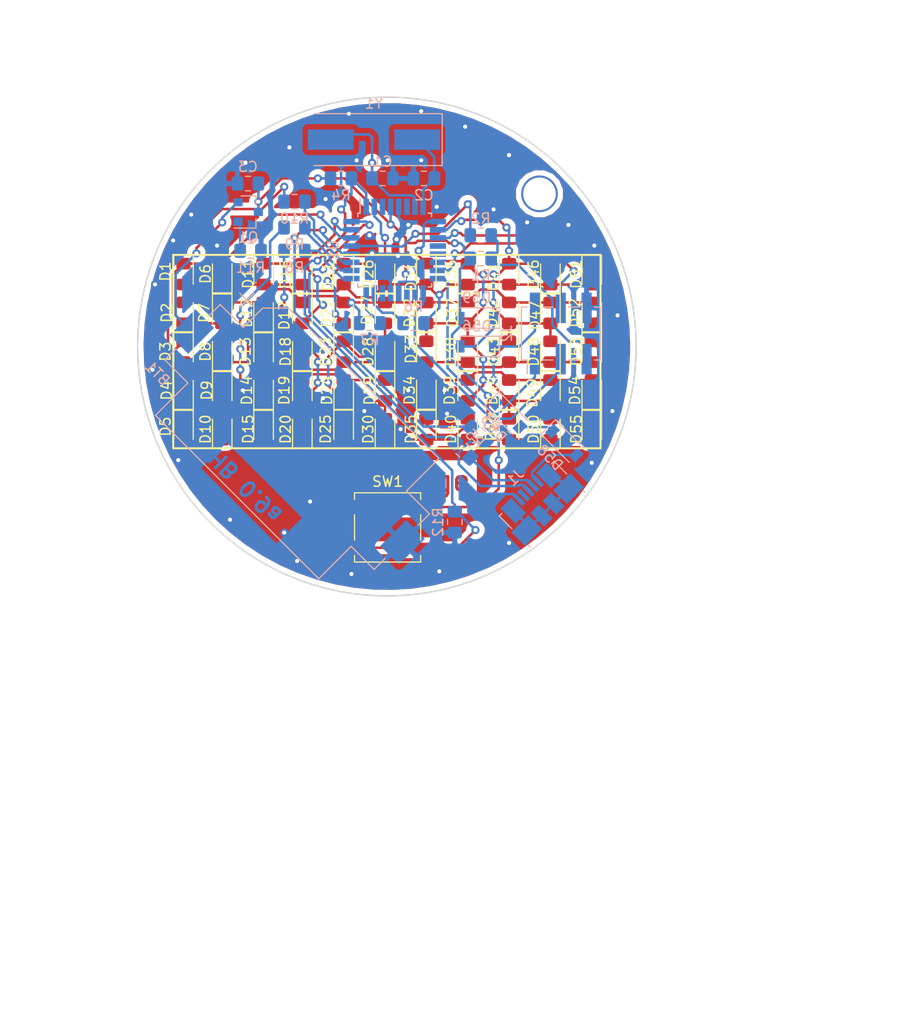
<source format=kicad_pcb>
(kicad_pcb (version 20171130) (host pcbnew 5.0.1)
  (layers (0 F.Cu signal) (31 B.Cu signal hide) (34 B.Paste user hide) (35 F.Paste user hide) (36 B.SilkS user hide) (37 F.SilkS user hide) (38 B.Mask user hide) (39 F.Mask user hide) (44 Edge.Cuts user))
  (net 0 "")
  (net 1 "Net-(C1-Pad2)")
  (net 2 GND)
  (net 3 "Net-(C2-Pad2)")
  (net 4 D0)
  (net 5 D4)
  (net 6 D3)
  (net 7 D2)
  (net 8 D1)
  (net 9 "Net-(D57-Pad2)")
  (net 10 "Net-(D58-Pad2)")
  (net 11 "Net-(J1-Pad2)")
  (net 12 "Net-(J1-Pad3)")
  (net 13 "Net-(J1-Pad4)")
  (net 14 "Net-(J1-Pad6)")
  (net 15 res)
  (net 16 "Net-(R2-Pad2)")
  (net 17 "Net-(R3-Pad2)")
  (net 18 +3V3)
  (net 19 "Net-(R4-Pad2)")
  (net 20 SS0)
  (net 21 MOSI)
  (net 22 MISO)
  (net 23 sck)
  (net 24 "Net-(U1-Pad19)")
  (net 25 "Net-(U1-Pad22)")
  (net 26 "Net-(BT1-Pad1)")
  (net 27 E0)
  (net 28 "Net-(D1-Pad2)")
  (net 29 "Net-(D12-Pad2)")
  (net 30 "Net-(D13-Pad2)")
  (net 31 "Net-(D14-Pad2)")
  (net 32 "Net-(D10-Pad1)")
  (net 33 E1)
  (net 34 E2)
  (net 35 E3)
  (net 36 E4)
  (net 37 E5)
  (net 38 "Net-(U1-Pad3)")
  (net 39 "Net-(U1-Pad6)")
  (net 40 "Net-(U1-Pad12)")
  (net 41 "Net-(U1-Pad13)")
  (net 42 "Net-(Q1-Pad1)")
  (net 43 "Net-(D56-Pad2)")
  (net 44 "Net-(D56-Pad1)")
  (net 45 SW)
  (module Package_QFP:TQFP-32_7x7mm_P0.8mm (layer B.Cu) (at 68.766 69.528 270)
    (fp_text reference U1 (at 0 6.05 270) (layer B.SilkS) (effects (justify mirror)))
    (fp_text value ATmega328PB-AU)
    (pad 1 smd rect (at -4.25 2.8 270) (size 1.6 0.55) (layers B.Cu B.Paste B.Mask) (net 19 "Net-(R4-Pad2)"))
    (pad 2 smd rect (at -4.25 2 270) (size 1.6 0.55) (layers B.Cu B.Paste B.Mask) (net 34 E2))
    (pad 3 smd rect (at -4.25 1.2 270) (size 1.6 0.55) (layers B.Cu B.Paste B.Mask) (net 38 "Net-(U1-Pad3)"))
    (pad 4 smd rect (at -4.25 0.4 270) (size 1.6 0.55) (layers B.Cu B.Paste B.Mask) (net 18 +3V3))
    (pad 5 smd rect (at -4.25 -0.4 270) (size 1.6 0.55) (layers B.Cu B.Paste B.Mask) (net 2 GND))
    (pad 6 smd rect (at -4.25 -1.2 270) (size 1.6 0.55) (layers B.Cu B.Paste B.Mask) (net 39 "Net-(U1-Pad6)"))
    (pad 7 smd rect (at -4.25 -2 270) (size 1.6 0.55) (layers B.Cu B.Paste B.Mask) (net 1 "Net-(C1-Pad2)"))
    (pad 8 smd rect (at -4.25 -2.8 270) (size 1.6 0.55) (layers B.Cu B.Paste B.Mask) (net 3 "Net-(C2-Pad2)"))
    (pad 9 smd rect (at -2.8 -4.25 180) (size 1.6 0.55) (layers B.Cu B.Paste B.Mask) (net 35 E3))
    (pad 10 smd rect (at -2 -4.25 180) (size 1.6 0.55) (layers B.Cu B.Paste B.Mask) (net 36 E4))
    (pad 11 smd rect (at -1.2 -4.25 180) (size 1.6 0.55) (layers B.Cu B.Paste B.Mask) (net 37 E5))
    (pad 12 smd rect (at -0.4 -4.25 180) (size 1.6 0.55) (layers B.Cu B.Paste B.Mask) (net 40 "Net-(U1-Pad12)"))
    (pad 13 smd rect (at 0.4 -4.25 180) (size 1.6 0.55) (layers B.Cu B.Paste B.Mask) (net 41 "Net-(U1-Pad13)"))
    (pad 14 smd rect (at 1.2 -4.25 180) (size 1.6 0.55) (layers B.Cu B.Paste B.Mask) (net 20 SS0))
    (pad 15 smd rect (at 2 -4.25 180) (size 1.6 0.55) (layers B.Cu B.Paste B.Mask) (net 21 MOSI))
    (pad 16 smd rect (at 2.8 -4.25 180) (size 1.6 0.55) (layers B.Cu B.Paste B.Mask) (net 22 MISO))
    (pad 17 smd rect (at 4.25 -2.8 270) (size 1.6 0.55) (layers B.Cu B.Paste B.Mask) (net 23 sck))
    (pad 18 smd rect (at 4.25 -2 270) (size 1.6 0.55) (layers B.Cu B.Paste B.Mask) (net 18 +3V3))
    (pad 19 smd rect (at 4.25 -1.2 270) (size 1.6 0.55) (layers B.Cu B.Paste B.Mask) (net 24 "Net-(U1-Pad19)"))
    (pad 20 smd rect (at 4.25 -0.4 270) (size 1.6 0.55) (layers B.Cu B.Paste B.Mask) (net 18 +3V3))
    (pad 21 smd rect (at 4.25 0.4 270) (size 1.6 0.55) (layers B.Cu B.Paste B.Mask) (net 2 GND))
    (pad 22 smd rect (at 4.25 1.2 270) (size 1.6 0.55) (layers B.Cu B.Paste B.Mask) (net 25 "Net-(U1-Pad22)"))
    (pad 23 smd rect (at 4.25 2 270) (size 1.6 0.55) (layers B.Cu B.Paste B.Mask) (net 4 D0))
    (pad 24 smd rect (at 4.25 2.8 270) (size 1.6 0.55) (layers B.Cu B.Paste B.Mask) (net 8 D1))
    (pad 25 smd rect (at 2.8 4.25 180) (size 1.6 0.55) (layers B.Cu B.Paste B.Mask) (net 7 D2))
    (pad 26 smd rect (at 2 4.25 180) (size 1.6 0.55) (layers B.Cu B.Paste B.Mask) (net 6 D3))
    (pad 27 smd rect (at 1.2 4.25 180) (size 1.6 0.55) (layers B.Cu B.Paste B.Mask) (net 5 D4))
    (pad 28 smd rect (at 0.4 4.25 180) (size 1.6 0.55) (layers B.Cu B.Paste B.Mask) (net 45 SW))
    (pad 29 smd rect (at -0.4 4.25 180) (size 1.6 0.55) (layers B.Cu B.Paste B.Mask) (net 16 "Net-(R2-Pad2)"))
    (pad 30 smd rect (at -1.2 4.25 180) (size 1.6 0.55) (layers B.Cu B.Paste B.Mask) (net 27 E0))
    (pad 31 smd rect (at -2 4.25 180) (size 1.6 0.55) (layers B.Cu B.Paste B.Mask) (net 33 E1))
    (pad 32 smd rect (at -2.8 4.25 180) (size 1.6 0.55) (layers B.Cu B.Paste B.Mask) (net 17 "Net-(R3-Pad2)"))
  )
  (module Resistor_SMD:R_0805_2012Metric_Pad1.15x1.40mm_HandSolder (layer B.Cu) (at 77.225 68.072 180)
    (fp_text reference R2 (at 0 1.65 180) (layer B.SilkS) (effects (justify mirror)))
    (fp_text value 1,5k)
    (pad 2 smd roundrect (at 1.025 0 180) (size 1.15 1.4) (layers B.Cu B.Paste B.Mask) (roundrect_rratio 0.217391) (net 16 "Net-(R2-Pad2)"))
    (pad 1 smd roundrect (at -1.025 0 180) (size 1.15 1.4) (layers B.Cu B.Paste B.Mask) (roundrect_rratio 0.217391) (net 15 res))
  )
  (module Resistor_SMD:R_0805_2012Metric_Pad1.15x1.40mm_HandSolder (layer B.Cu) (at 63.491 62.484)
    (fp_text reference R4 (at 0 1.65) (layer B.SilkS) (effects (justify mirror)))
    (fp_text value 1,5k)
    (pad 1 smd roundrect (at -1.025 0) (size 1.15 1.4) (layers B.Cu B.Paste B.Mask) (roundrect_rratio 0.217391) (net 18 +3V3))
    (pad 2 smd roundrect (at 1.025 0) (size 1.15 1.4) (layers B.Cu B.Paste B.Mask) (roundrect_rratio 0.217391) (net 19 "Net-(R4-Pad2)"))
  )
  (module Capacitor_SMD:C_0805_2012Metric_Pad1.15x1.40mm_HandSolder (layer B.Cu) (at 67.573 62.484 180)
    (fp_text reference C1 (at 0 1.65 180) (layer B.SilkS) (effects (justify mirror)))
    (fp_text value 18p)
    (pad 2 smd roundrect (at 1.025 0 180) (size 1.15 1.4) (layers B.Cu B.Paste B.Mask) (roundrect_rratio 0.217391) (net 1 "Net-(C1-Pad2)"))
    (pad 1 smd roundrect (at -1.025 0 180) (size 1.15 1.4) (layers B.Cu B.Paste B.Mask) (roundrect_rratio 0.217391) (net 2 GND))
  )
  (module LED_SMD:LED_0805_2012Metric_Pad1.15x1.40mm_HandSolder (layer F.Cu) (at 55.88 71.882 270)
    (fp_text reference D11 (at 0 1.524 270) (layer F.SilkS))
    (fp_text value LED)
    (pad 2 smd roundrect (at 1.025 0 270) (size 1.15 1.4) (layers F.Cu F.Paste F.Mask) (roundrect_rratio 0.217391) (net 28 "Net-(D1-Pad2)"))
    (pad 1 smd roundrect (at -1.025 0 270) (size 1.15 1.4) (layers F.Cu F.Paste F.Mask) (roundrect_rratio 0.217391) (net 33 E1))
  )
  (module LED_SMD:LED_0805_2012Metric_Pad1.15x1.40mm_HandSolder (layer F.Cu) (at 51.816 71.873 90)
    (fp_text reference D6 (at 0 -1.65 90) (layer F.SilkS))
    (fp_text value LED)
    (pad 1 smd roundrect (at -1.025 0 90) (size 1.15 1.4) (layers F.Cu F.Paste F.Mask) (roundrect_rratio 0.217391) (net 28 "Net-(D1-Pad2)"))
    (pad 2 smd roundrect (at 1.025 0 90) (size 1.15 1.4) (layers F.Cu F.Paste F.Mask) (roundrect_rratio 0.217391) (net 27 E0))
  )
  (module LED_SMD:LED_0805_2012Metric_Pad1.15x1.40mm_HandSolder (layer F.Cu) (at 48.006 71.882 270)
    (fp_text reference D1 (at -0.254 1.778 270) (layer F.SilkS))
    (fp_text value LED)
    (pad 1 smd roundrect (at -1.025 0 270) (size 1.15 1.4) (layers F.Cu F.Paste F.Mask) (roundrect_rratio 0.217391) (net 27 E0))
    (pad 2 smd roundrect (at 1.025 0 270) (size 1.15 1.4) (layers F.Cu F.Paste F.Mask) (roundrect_rratio 0.217391) (net 28 "Net-(D1-Pad2)"))
  )
  (module LED_SMD:LED_0805_2012Metric_Pad1.15x1.40mm_HandSolder (layer F.Cu) (at 48.006 75.692 90)
    (fp_text reference D2 (at 0 -1.65 90) (layer F.SilkS))
    (fp_text value LED)
    (pad 1 smd roundrect (at -1.025 0 90) (size 1.15 1.4) (layers F.Cu F.Paste F.Mask) (roundrect_rratio 0.217391) (net 27 E0))
    (pad 2 smd roundrect (at 1.025 0 90) (size 1.15 1.4) (layers F.Cu F.Paste F.Mask) (roundrect_rratio 0.217391) (net 29 "Net-(D12-Pad2)"))
  )
  (module LED_SMD:LED_0805_2012Metric_Pad1.15x1.40mm_HandSolder (layer F.Cu) (at 48.006 79.502 270)
    (fp_text reference D3 (at 0 1.778 270) (layer F.SilkS))
    (fp_text value LED)
    (pad 1 smd roundrect (at -1.025 0 270) (size 1.15 1.4) (layers F.Cu F.Paste F.Mask) (roundrect_rratio 0.217391) (net 27 E0))
    (pad 2 smd roundrect (at 1.025 0 270) (size 1.15 1.4) (layers F.Cu F.Paste F.Mask) (roundrect_rratio 0.217391) (net 30 "Net-(D13-Pad2)"))
  )
  (module LED_SMD:LED_0805_2012Metric_Pad1.15x1.40mm_HandSolder (layer F.Cu) (at 48.006 83.321 90)
    (fp_text reference D4 (at 0 -1.65 90) (layer F.SilkS))
    (fp_text value LED)
    (pad 2 smd roundrect (at 1.025 0 90) (size 1.15 1.4) (layers F.Cu F.Paste F.Mask) (roundrect_rratio 0.217391) (net 31 "Net-(D14-Pad2)"))
    (pad 1 smd roundrect (at -1.025 0 90) (size 1.15 1.4) (layers F.Cu F.Paste F.Mask) (roundrect_rratio 0.217391) (net 27 E0))
  )
  (module LED_SMD:LED_0805_2012Metric_Pad1.15x1.40mm_HandSolder (layer F.Cu) (at 51.816 75.701 270)
    (fp_text reference D7 (at 0 1.778 270) (layer F.SilkS))
    (fp_text value LED)
    (pad 1 smd roundrect (at -1.025 0 270) (size 1.15 1.4) (layers F.Cu F.Paste F.Mask) (roundrect_rratio 0.217391) (net 29 "Net-(D12-Pad2)"))
    (pad 2 smd roundrect (at 1.025 0 270) (size 1.15 1.4) (layers F.Cu F.Paste F.Mask) (roundrect_rratio 0.217391) (net 27 E0))
  )
  (module LED_SMD:LED_0805_2012Metric_Pad1.15x1.40mm_HandSolder (layer F.Cu) (at 51.816 79.511 90)
    (fp_text reference D8 (at 0 -1.65 90) (layer F.SilkS))
    (fp_text value LED)
    (pad 2 smd roundrect (at 1.025 0 90) (size 1.15 1.4) (layers F.Cu F.Paste F.Mask) (roundrect_rratio 0.217391) (net 27 E0))
    (pad 1 smd roundrect (at -1.025 0 90) (size 1.15 1.4) (layers F.Cu F.Paste F.Mask) (roundrect_rratio 0.217391) (net 30 "Net-(D13-Pad2)"))
  )
  (module LED_SMD:LED_0805_2012Metric_Pad1.15x1.40mm_HandSolder (layer F.Cu) (at 51.816 83.321 270)
    (fp_text reference D9 (at -0.009 1.524 270) (layer F.SilkS))
    (fp_text value LED)
    (pad 2 smd roundrect (at 1.025 0 270) (size 1.15 1.4) (layers F.Cu F.Paste F.Mask) (roundrect_rratio 0.217391) (net 27 E0))
    (pad 1 smd roundrect (at -1.025 0 270) (size 1.15 1.4) (layers F.Cu F.Paste F.Mask) (roundrect_rratio 0.217391) (net 31 "Net-(D14-Pad2)"))
  )
  (module LED_SMD:LED_0805_2012Metric_Pad1.15x1.40mm_HandSolder (layer F.Cu) (at 51.816 87.131 90)
    (fp_text reference D10 (at 0 -1.65 90) (layer F.SilkS))
    (fp_text value LED)
    (pad 2 smd roundrect (at 1.025 0 90) (size 1.15 1.4) (layers F.Cu F.Paste F.Mask) (roundrect_rratio 0.217391) (net 27 E0))
    (pad 1 smd roundrect (at -1.025 0 90) (size 1.15 1.4) (layers F.Cu F.Paste F.Mask) (roundrect_rratio 0.217391) (net 32 "Net-(D10-Pad1)"))
  )
  (module LED_SMD:LED_0805_2012Metric_Pad1.15x1.40mm_HandSolder (layer F.Cu) (at 55.88 75.701 90)
    (fp_text reference D12 (at 0 -1.65 90) (layer F.SilkS))
    (fp_text value LED)
    (pad 1 smd roundrect (at -1.025 0 90) (size 1.15 1.4) (layers F.Cu F.Paste F.Mask) (roundrect_rratio 0.217391) (net 33 E1))
    (pad 2 smd roundrect (at 1.025 0 90) (size 1.15 1.4) (layers F.Cu F.Paste F.Mask) (roundrect_rratio 0.217391) (net 29 "Net-(D12-Pad2)"))
  )
  (module LED_SMD:LED_0805_2012Metric_Pad1.15x1.40mm_HandSolder (layer F.Cu) (at 55.88 79.511 270)
    (fp_text reference D13 (at -0.009 1.778 270) (layer F.SilkS))
    (fp_text value LED)
    (pad 2 smd roundrect (at 1.025 0 270) (size 1.15 1.4) (layers F.Cu F.Paste F.Mask) (roundrect_rratio 0.217391) (net 30 "Net-(D13-Pad2)"))
    (pad 1 smd roundrect (at -1.025 0 270) (size 1.15 1.4) (layers F.Cu F.Paste F.Mask) (roundrect_rratio 0.217391) (net 33 E1))
  )
  (module LED_SMD:LED_0805_2012Metric_Pad1.15x1.40mm_HandSolder (layer F.Cu) (at 55.88 83.321 90)
    (fp_text reference D14 (at 0 -1.65 90) (layer F.SilkS))
    (fp_text value LED)
    (pad 2 smd roundrect (at 1.025 0 90) (size 1.15 1.4) (layers F.Cu F.Paste F.Mask) (roundrect_rratio 0.217391) (net 31 "Net-(D14-Pad2)"))
    (pad 1 smd roundrect (at -1.025 0 90) (size 1.15 1.4) (layers F.Cu F.Paste F.Mask) (roundrect_rratio 0.217391) (net 33 E1))
  )
  (module LED_SMD:LED_0805_2012Metric_Pad1.15x1.40mm_HandSolder (layer F.Cu) (at 55.88 87.131 270)
    (fp_text reference D15 (at -0.009 1.524 270) (layer F.SilkS))
    (fp_text value LED)
    (pad 1 smd roundrect (at -1.025 0 270) (size 1.15 1.4) (layers F.Cu F.Paste F.Mask) (roundrect_rratio 0.217391) (net 33 E1))
    (pad 2 smd roundrect (at 1.025 0 270) (size 1.15 1.4) (layers F.Cu F.Paste F.Mask) (roundrect_rratio 0.217391) (net 32 "Net-(D10-Pad1)"))
  )
  (module LED_SMD:LED_0805_2012Metric_Pad1.15x1.40mm_HandSolder (layer F.Cu) (at 59.69 71.891 90)
    (fp_text reference D16 (at 0 -1.65 90) (layer F.SilkS))
    (fp_text value LED)
    (pad 1 smd roundrect (at -1.025 0 90) (size 1.15 1.4) (layers F.Cu F.Paste F.Mask) (roundrect_rratio 0.217391) (net 28 "Net-(D1-Pad2)"))
    (pad 2 smd roundrect (at 1.025 0 90) (size 1.15 1.4) (layers F.Cu F.Paste F.Mask) (roundrect_rratio 0.217391) (net 33 E1))
  )
  (module LED_SMD:LED_0805_2012Metric_Pad1.15x1.40mm_HandSolder (layer F.Cu) (at 59.69 75.701 270)
    (fp_text reference D17 (at 0.245 1.778 270) (layer F.SilkS))
    (fp_text value LED)
    (pad 1 smd roundrect (at -1.025 0 270) (size 1.15 1.4) (layers F.Cu F.Paste F.Mask) (roundrect_rratio 0.217391) (net 29 "Net-(D12-Pad2)"))
    (pad 2 smd roundrect (at 1.025 0 270) (size 1.15 1.4) (layers F.Cu F.Paste F.Mask) (roundrect_rratio 0.217391) (net 33 E1))
  )
  (module LED_SMD:LED_0805_2012Metric_Pad1.15x1.40mm_HandSolder (layer F.Cu) (at 59.69 79.511 90)
    (fp_text reference D18 (at 0 -1.65 90) (layer F.SilkS))
    (fp_text value LED)
    (pad 2 smd roundrect (at 1.025 0 90) (size 1.15 1.4) (layers F.Cu F.Paste F.Mask) (roundrect_rratio 0.217391) (net 33 E1))
    (pad 1 smd roundrect (at -1.025 0 90) (size 1.15 1.4) (layers F.Cu F.Paste F.Mask) (roundrect_rratio 0.217391) (net 30 "Net-(D13-Pad2)"))
  )
  (module LED_SMD:LED_0805_2012Metric_Pad1.15x1.40mm_HandSolder (layer F.Cu) (at 59.69 83.321 270)
    (fp_text reference D19 (at -0.009 1.778 270) (layer F.SilkS))
    (fp_text value LED)
    (pad 2 smd roundrect (at 1.025 0 270) (size 1.15 1.4) (layers F.Cu F.Paste F.Mask) (roundrect_rratio 0.217391) (net 33 E1))
    (pad 1 smd roundrect (at -1.025 0 270) (size 1.15 1.4) (layers F.Cu F.Paste F.Mask) (roundrect_rratio 0.217391) (net 31 "Net-(D14-Pad2)"))
  )
  (module LED_SMD:LED_0805_2012Metric_Pad1.15x1.40mm_HandSolder (layer F.Cu) (at 59.69 87.131 90)
    (fp_text reference D20 (at 0 -1.65 90) (layer F.SilkS))
    (fp_text value LED)
    (pad 1 smd roundrect (at -1.025 0 90) (size 1.15 1.4) (layers F.Cu F.Paste F.Mask) (roundrect_rratio 0.217391) (net 32 "Net-(D10-Pad1)"))
    (pad 2 smd roundrect (at 1.025 0 90) (size 1.15 1.4) (layers F.Cu F.Paste F.Mask) (roundrect_rratio 0.217391) (net 33 E1))
  )
  (module LED_SMD:LED_0805_2012Metric_Pad1.15x1.40mm_HandSolder (layer F.Cu) (at 63.754 71.891 270)
    (fp_text reference D21 (at 0.245 1.524 270) (layer F.SilkS))
    (fp_text value LED)
    (pad 1 smd roundrect (at -1.025 0 270) (size 1.15 1.4) (layers F.Cu F.Paste F.Mask) (roundrect_rratio 0.217391) (net 34 E2))
    (pad 2 smd roundrect (at 1.025 0 270) (size 1.15 1.4) (layers F.Cu F.Paste F.Mask) (roundrect_rratio 0.217391) (net 28 "Net-(D1-Pad2)"))
  )
  (module LED_SMD:LED_0805_2012Metric_Pad1.15x1.40mm_HandSolder (layer F.Cu) (at 63.754 75.701 90)
    (fp_text reference D22 (at 0 -1.65 90) (layer F.SilkS))
    (fp_text value LED)
    (pad 2 smd roundrect (at 1.025 0 90) (size 1.15 1.4) (layers F.Cu F.Paste F.Mask) (roundrect_rratio 0.217391) (net 29 "Net-(D12-Pad2)"))
    (pad 1 smd roundrect (at -1.025 0 90) (size 1.15 1.4) (layers F.Cu F.Paste F.Mask) (roundrect_rratio 0.217391) (net 34 E2))
  )
  (module LED_SMD:LED_0805_2012Metric_Pad1.15x1.40mm_HandSolder (layer F.Cu) (at 63.754 79.511 270)
    (fp_text reference D23 (at 0 1.778 270) (layer F.SilkS))
    (fp_text value LED)
    (pad 2 smd roundrect (at 1.025 0 270) (size 1.15 1.4) (layers F.Cu F.Paste F.Mask) (roundrect_rratio 0.217391) (net 30 "Net-(D13-Pad2)"))
    (pad 1 smd roundrect (at -1.025 0 270) (size 1.15 1.4) (layers F.Cu F.Paste F.Mask) (roundrect_rratio 0.217391) (net 34 E2))
  )
  (module LED_SMD:LED_0805_2012Metric_Pad1.15x1.40mm_HandSolder (layer F.Cu) (at 63.754 83.321 90)
    (fp_text reference D24 (at 0 -1.65 90) (layer F.SilkS))
    (fp_text value LED)
    (pad 2 smd roundrect (at 1.025 0 90) (size 1.15 1.4) (layers F.Cu F.Paste F.Mask) (roundrect_rratio 0.217391) (net 31 "Net-(D14-Pad2)"))
    (pad 1 smd roundrect (at -1.025 0 90) (size 1.15 1.4) (layers F.Cu F.Paste F.Mask) (roundrect_rratio 0.217391) (net 34 E2))
  )
  (module LED_SMD:LED_0805_2012Metric_Pad1.15x1.40mm_HandSolder (layer F.Cu) (at 63.754 87.113 270)
    (fp_text reference D25 (at 0.009 1.778 270) (layer F.SilkS))
    (fp_text value LED)
    (pad 1 smd roundrect (at -1.025 0 270) (size 1.15 1.4) (layers F.Cu F.Paste F.Mask) (roundrect_rratio 0.217391) (net 34 E2))
    (pad 2 smd roundrect (at 1.025 0 270) (size 1.15 1.4) (layers F.Cu F.Paste F.Mask) (roundrect_rratio 0.217391) (net 32 "Net-(D10-Pad1)"))
  )
  (module LED_SMD:LED_0805_2012Metric_Pad1.15x1.40mm_HandSolder (layer F.Cu) (at 67.818 71.891 90)
    (fp_text reference D26 (at 0 -1.65 90) (layer F.SilkS))
    (fp_text value LED)
    (pad 1 smd roundrect (at -1.025 0 90) (size 1.15 1.4) (layers F.Cu F.Paste F.Mask) (roundrect_rratio 0.217391) (net 28 "Net-(D1-Pad2)"))
    (pad 2 smd roundrect (at 1.025 0 90) (size 1.15 1.4) (layers F.Cu F.Paste F.Mask) (roundrect_rratio 0.217391) (net 34 E2))
  )
  (module LED_SMD:LED_0805_2012Metric_Pad1.15x1.40mm_HandSolder (layer F.Cu) (at 67.818 75.701 270)
    (fp_text reference D27 (at -0.263 1.778 270) (layer F.SilkS))
    (fp_text value LED)
    (pad 2 smd roundrect (at 1.025 0 270) (size 1.15 1.4) (layers F.Cu F.Paste F.Mask) (roundrect_rratio 0.217391) (net 34 E2))
    (pad 1 smd roundrect (at -1.025 0 270) (size 1.15 1.4) (layers F.Cu F.Paste F.Mask) (roundrect_rratio 0.217391) (net 29 "Net-(D12-Pad2)"))
  )
  (module LED_SMD:LED_0805_2012Metric_Pad1.15x1.40mm_HandSolder (layer F.Cu) (at 67.818 79.511 90)
    (fp_text reference D28 (at 0 -1.65 90) (layer F.SilkS))
    (fp_text value LED)
    (pad 2 smd roundrect (at 1.025 0 90) (size 1.15 1.4) (layers F.Cu F.Paste F.Mask) (roundrect_rratio 0.217391) (net 34 E2))
    (pad 1 smd roundrect (at -1.025 0 90) (size 1.15 1.4) (layers F.Cu F.Paste F.Mask) (roundrect_rratio 0.217391) (net 30 "Net-(D13-Pad2)"))
  )
  (module LED_SMD:LED_0805_2012Metric_Pad1.15x1.40mm_HandSolder (layer F.Cu) (at 67.818 83.321 270)
    (fp_text reference D29 (at 0 1.524 270) (layer F.SilkS))
    (fp_text value LED)
    (pad 1 smd roundrect (at -1.025 0 270) (size 1.15 1.4) (layers F.Cu F.Paste F.Mask) (roundrect_rratio 0.217391) (net 31 "Net-(D14-Pad2)"))
    (pad 2 smd roundrect (at 1.025 0 270) (size 1.15 1.4) (layers F.Cu F.Paste F.Mask) (roundrect_rratio 0.217391) (net 34 E2))
  )
  (module LED_SMD:LED_0805_2012Metric_Pad1.15x1.40mm_HandSolder (layer F.Cu) (at 67.818 87.131 90)
    (fp_text reference D30 (at 0 -1.65 90) (layer F.SilkS))
    (fp_text value LED)
    (pad 1 smd roundrect (at -1.025 0 90) (size 1.15 1.4) (layers F.Cu F.Paste F.Mask) (roundrect_rratio 0.217391) (net 32 "Net-(D10-Pad1)"))
    (pad 2 smd roundrect (at 1.025 0 90) (size 1.15 1.4) (layers F.Cu F.Paste F.Mask) (roundrect_rratio 0.217391) (net 34 E2))
  )
  (module LED_SMD:LED_0805_2012Metric_Pad1.15x1.40mm_HandSolder (layer F.Cu) (at 71.882 71.873 270)
    (fp_text reference D31 (at 0.263 1.524 270) (layer F.SilkS))
    (fp_text value LED)
    (pad 1 smd roundrect (at -1.025 0 270) (size 1.15 1.4) (layers F.Cu F.Paste F.Mask) (roundrect_rratio 0.217391) (net 35 E3))
    (pad 2 smd roundrect (at 1.025 0 270) (size 1.15 1.4) (layers F.Cu F.Paste F.Mask) (roundrect_rratio 0.217391) (net 28 "Net-(D1-Pad2)"))
  )
  (module LED_SMD:LED_0805_2012Metric_Pad1.15x1.40mm_HandSolder (layer F.Cu) (at 71.882 75.701 90)
    (fp_text reference D32 (at 0 -1.65 90) (layer F.SilkS))
    (fp_text value LED)
    (pad 2 smd roundrect (at 1.025 0 90) (size 1.15 1.4) (layers F.Cu F.Paste F.Mask) (roundrect_rratio 0.217391) (net 29 "Net-(D12-Pad2)"))
    (pad 1 smd roundrect (at -1.025 0 90) (size 1.15 1.4) (layers F.Cu F.Paste F.Mask) (roundrect_rratio 0.217391) (net 35 E3))
  )
  (module LED_SMD:LED_0805_2012Metric_Pad1.15x1.40mm_HandSolder (layer F.Cu) (at 71.882 79.511 270)
    (fp_text reference D33 (at -0.263 1.524 270) (layer F.SilkS))
    (fp_text value LED)
    (pad 2 smd roundrect (at 1.025 0 270) (size 1.15 1.4) (layers F.Cu F.Paste F.Mask) (roundrect_rratio 0.217391) (net 30 "Net-(D13-Pad2)"))
    (pad 1 smd roundrect (at -1.025 0 270) (size 1.15 1.4) (layers F.Cu F.Paste F.Mask) (roundrect_rratio 0.217391) (net 35 E3))
  )
  (module LED_SMD:LED_0805_2012Metric_Pad1.15x1.40mm_HandSolder (layer F.Cu) (at 71.882 83.303 90)
    (fp_text reference D34 (at 0 -1.65 90) (layer F.SilkS))
    (fp_text value LED)
    (pad 1 smd roundrect (at -1.025 0 90) (size 1.15 1.4) (layers F.Cu F.Paste F.Mask) (roundrect_rratio 0.217391) (net 35 E3))
    (pad 2 smd roundrect (at 1.025 0 90) (size 1.15 1.4) (layers F.Cu F.Paste F.Mask) (roundrect_rratio 0.217391) (net 31 "Net-(D14-Pad2)"))
  )
  (module LED_SMD:LED_0805_2012Metric_Pad1.15x1.40mm_HandSolder (layer F.Cu) (at 71.882 87.131 270)
    (fp_text reference D35 (at -0.009 1.524 270) (layer F.SilkS))
    (fp_text value LED)
    (pad 1 smd roundrect (at -1.025 0 270) (size 1.15 1.4) (layers F.Cu F.Paste F.Mask) (roundrect_rratio 0.217391) (net 35 E3))
    (pad 2 smd roundrect (at 1.025 0 270) (size 1.15 1.4) (layers F.Cu F.Paste F.Mask) (roundrect_rratio 0.217391) (net 32 "Net-(D10-Pad1)"))
  )
  (module LED_SMD:LED_0805_2012Metric_Pad1.15x1.40mm_HandSolder (layer F.Cu) (at 75.946 71.891 90)
    (fp_text reference D36 (at 0 -1.65 90) (layer F.SilkS))
    (fp_text value LED)
    (pad 2 smd roundrect (at 1.025 0 90) (size 1.15 1.4) (layers F.Cu F.Paste F.Mask) (roundrect_rratio 0.217391) (net 35 E3))
    (pad 1 smd roundrect (at -1.025 0 90) (size 1.15 1.4) (layers F.Cu F.Paste F.Mask) (roundrect_rratio 0.217391) (net 28 "Net-(D1-Pad2)"))
  )
  (module LED_SMD:LED_0805_2012Metric_Pad1.15x1.40mm_HandSolder (layer F.Cu) (at 75.946 75.692 270)
    (fp_text reference D37 (at 0 1.524 270) (layer F.SilkS))
    (fp_text value LED)
    (pad 2 smd roundrect (at 1.025 0 270) (size 1.15 1.4) (layers F.Cu F.Paste F.Mask) (roundrect_rratio 0.217391) (net 35 E3))
    (pad 1 smd roundrect (at -1.025 0 270) (size 1.15 1.4) (layers F.Cu F.Paste F.Mask) (roundrect_rratio 0.217391) (net 29 "Net-(D12-Pad2)"))
  )
  (module LED_SMD:LED_0805_2012Metric_Pad1.15x1.40mm_HandSolder (layer F.Cu) (at 75.946 79.511 90)
    (fp_text reference D38 (at 0 -1.65 90) (layer F.SilkS))
    (fp_text value LED)
    (pad 2 smd roundrect (at 1.025 0 90) (size 1.15 1.4) (layers F.Cu F.Paste F.Mask) (roundrect_rratio 0.217391) (net 35 E3))
    (pad 1 smd roundrect (at -1.025 0 90) (size 1.15 1.4) (layers F.Cu F.Paste F.Mask) (roundrect_rratio 0.217391) (net 30 "Net-(D13-Pad2)"))
  )
  (module LED_SMD:LED_0805_2012Metric_Pad1.15x1.40mm_HandSolder (layer F.Cu) (at 75.946 83.312 270)
    (fp_text reference D39 (at 0 1.778 270) (layer F.SilkS))
    (fp_text value LED)
    (pad 1 smd roundrect (at -1.025 0 270) (size 1.15 1.4) (layers F.Cu F.Paste F.Mask) (roundrect_rratio 0.217391) (net 31 "Net-(D14-Pad2)"))
    (pad 2 smd roundrect (at 1.025 0 270) (size 1.15 1.4) (layers F.Cu F.Paste F.Mask) (roundrect_rratio 0.217391) (net 35 E3))
  )
  (module LED_SMD:LED_0805_2012Metric_Pad1.15x1.40mm_HandSolder (layer F.Cu) (at 75.946 87.122 90)
    (fp_text reference D40 (at 0 -1.65 90) (layer F.SilkS))
    (fp_text value LED)
    (pad 1 smd roundrect (at -1.025 0 90) (size 1.15 1.4) (layers F.Cu F.Paste F.Mask) (roundrect_rratio 0.217391) (net 32 "Net-(D10-Pad1)"))
    (pad 2 smd roundrect (at 1.025 0 90) (size 1.15 1.4) (layers F.Cu F.Paste F.Mask) (roundrect_rratio 0.217391) (net 35 E3))
  )
  (module LED_SMD:LED_0805_2012Metric_Pad1.15x1.40mm_HandSolder (layer F.Cu) (at 80.01 71.891 270)
    (fp_text reference D41 (at 0.245 1.524 270) (layer F.SilkS))
    (fp_text value LED)
    (pad 2 smd roundrect (at 1.025 0 270) (size 1.15 1.4) (layers F.Cu F.Paste F.Mask) (roundrect_rratio 0.217391) (net 28 "Net-(D1-Pad2)"))
    (pad 1 smd roundrect (at -1.025 0 270) (size 1.15 1.4) (layers F.Cu F.Paste F.Mask) (roundrect_rratio 0.217391) (net 36 E4))
  )
  (module LED_SMD:LED_0805_2012Metric_Pad1.15x1.40mm_HandSolder (layer F.Cu) (at 80.01 75.701 90)
    (fp_text reference D42 (at 0 -1.65 90) (layer F.SilkS))
    (fp_text value LED)
    (pad 1 smd roundrect (at -1.025 0 90) (size 1.15 1.4) (layers F.Cu F.Paste F.Mask) (roundrect_rratio 0.217391) (net 36 E4))
    (pad 2 smd roundrect (at 1.025 0 90) (size 1.15 1.4) (layers F.Cu F.Paste F.Mask) (roundrect_rratio 0.217391) (net 29 "Net-(D12-Pad2)"))
  )
  (module LED_SMD:LED_0805_2012Metric_Pad1.15x1.40mm_HandSolder (layer F.Cu) (at 80.01 79.511 270)
    (fp_text reference D43 (at 0 1.524 270) (layer F.SilkS))
    (fp_text value LED)
    (pad 1 smd roundrect (at -1.025 0 270) (size 1.15 1.4) (layers F.Cu F.Paste F.Mask) (roundrect_rratio 0.217391) (net 36 E4))
    (pad 2 smd roundrect (at 1.025 0 270) (size 1.15 1.4) (layers F.Cu F.Paste F.Mask) (roundrect_rratio 0.217391) (net 30 "Net-(D13-Pad2)"))
  )
  (module LED_SMD:LED_0805_2012Metric_Pad1.15x1.40mm_HandSolder (layer F.Cu) (at 80.01 83.321 90)
    (fp_text reference D44 (at 0 -1.65 90) (layer F.SilkS))
    (fp_text value LED)
    (pad 1 smd roundrect (at -1.025 0 90) (size 1.15 1.4) (layers F.Cu F.Paste F.Mask) (roundrect_rratio 0.217391) (net 36 E4))
    (pad 2 smd roundrect (at 1.025 0 90) (size 1.15 1.4) (layers F.Cu F.Paste F.Mask) (roundrect_rratio 0.217391) (net 31 "Net-(D14-Pad2)"))
  )
  (module LED_SMD:LED_0805_2012Metric_Pad1.15x1.40mm_HandSolder (layer F.Cu) (at 80.01 87.131 270)
    (fp_text reference D45 (at -0.263 1.778 270) (layer F.SilkS))
    (fp_text value LED)
    (pad 1 smd roundrect (at -1.025 0 270) (size 1.15 1.4) (layers F.Cu F.Paste F.Mask) (roundrect_rratio 0.217391) (net 36 E4))
    (pad 2 smd roundrect (at 1.025 0 270) (size 1.15 1.4) (layers F.Cu F.Paste F.Mask) (roundrect_rratio 0.217391) (net 32 "Net-(D10-Pad1)"))
  )
  (module LED_SMD:LED_0805_2012Metric_Pad1.15x1.40mm_HandSolder (layer F.Cu) (at 84.074 71.891 90)
    (fp_text reference D46 (at 0 -1.65 90) (layer F.SilkS))
    (fp_text value LED)
    (pad 2 smd roundrect (at 1.025 0 90) (size 1.15 1.4) (layers F.Cu F.Paste F.Mask) (roundrect_rratio 0.217391) (net 36 E4))
    (pad 1 smd roundrect (at -1.025 0 90) (size 1.15 1.4) (layers F.Cu F.Paste F.Mask) (roundrect_rratio 0.217391) (net 28 "Net-(D1-Pad2)"))
  )
  (module LED_SMD:LED_0805_2012Metric_Pad1.15x1.40mm_HandSolder (layer F.Cu) (at 84.074 75.701 270)
    (fp_text reference D47 (at 0.245 1.524 270) (layer F.SilkS))
    (fp_text value LED)
    (pad 1 smd roundrect (at -1.025 0 270) (size 1.15 1.4) (layers F.Cu F.Paste F.Mask) (roundrect_rratio 0.217391) (net 29 "Net-(D12-Pad2)"))
    (pad 2 smd roundrect (at 1.025 0 270) (size 1.15 1.4) (layers F.Cu F.Paste F.Mask) (roundrect_rratio 0.217391) (net 36 E4))
  )
  (module LED_SMD:LED_0805_2012Metric_Pad1.15x1.40mm_HandSolder (layer F.Cu) (at 84.074 79.511 90)
    (fp_text reference D48 (at 0 -1.65 90) (layer F.SilkS))
    (fp_text value LED)
    (pad 1 smd roundrect (at -1.025 0 90) (size 1.15 1.4) (layers F.Cu F.Paste F.Mask) (roundrect_rratio 0.217391) (net 30 "Net-(D13-Pad2)"))
    (pad 2 smd roundrect (at 1.025 0 90) (size 1.15 1.4) (layers F.Cu F.Paste F.Mask) (roundrect_rratio 0.217391) (net 36 E4))
  )
  (module LED_SMD:LED_0805_2012Metric_Pad1.15x1.40mm_HandSolder (layer F.Cu) (at 84.074 83.321 270)
    (fp_text reference D49 (at 0.245 1.778 270) (layer F.SilkS))
    (fp_text value LED)
    (pad 2 smd roundrect (at 1.025 0 270) (size 1.15 1.4) (layers F.Cu F.Paste F.Mask) (roundrect_rratio 0.217391) (net 36 E4))
    (pad 1 smd roundrect (at -1.025 0 270) (size 1.15 1.4) (layers F.Cu F.Paste F.Mask) (roundrect_rratio 0.217391) (net 31 "Net-(D14-Pad2)"))
  )
  (module LED_SMD:LED_0805_2012Metric_Pad1.15x1.40mm_HandSolder (layer F.Cu) (at 84.074 87.122 90)
    (fp_text reference D50 (at 0 -1.65 90) (layer F.SilkS))
    (fp_text value LED)
    (pad 2 smd roundrect (at 1.025 0 90) (size 1.15 1.4) (layers F.Cu F.Paste F.Mask) (roundrect_rratio 0.217391) (net 36 E4))
    (pad 1 smd roundrect (at -1.025 0 90) (size 1.15 1.4) (layers F.Cu F.Paste F.Mask) (roundrect_rratio 0.217391) (net 32 "Net-(D10-Pad1)"))
  )
  (module LED_SMD:LED_0805_2012Metric_Pad1.15x1.40mm_HandSolder (layer F.Cu) (at 88.138 71.891 270)
    (fp_text reference D51 (at 0 1.524 270) (layer F.SilkS))
    (fp_text value LED)
    (pad 2 smd roundrect (at 1.025 0 270) (size 1.15 1.4) (layers F.Cu F.Paste F.Mask) (roundrect_rratio 0.217391) (net 28 "Net-(D1-Pad2)"))
    (pad 1 smd roundrect (at -1.025 0 270) (size 1.15 1.4) (layers F.Cu F.Paste F.Mask) (roundrect_rratio 0.217391) (net 37 E5))
  )
  (module LED_SMD:LED_0805_2012Metric_Pad1.15x1.40mm_HandSolder (layer F.Cu) (at 88.138 75.701 90)
    (fp_text reference D52 (at 0 -1.65 90) (layer F.SilkS))
    (fp_text value LED)
    (pad 2 smd roundrect (at 1.025 0 90) (size 1.15 1.4) (layers F.Cu F.Paste F.Mask) (roundrect_rratio 0.217391) (net 29 "Net-(D12-Pad2)"))
    (pad 1 smd roundrect (at -1.025 0 90) (size 1.15 1.4) (layers F.Cu F.Paste F.Mask) (roundrect_rratio 0.217391) (net 37 E5))
  )
  (module LED_SMD:LED_0805_2012Metric_Pad1.15x1.40mm_HandSolder (layer F.Cu) (at 88.138 79.511 270)
    (fp_text reference D53 (at -0.009 1.524 270) (layer F.SilkS))
    (fp_text value LED)
    (pad 1 smd roundrect (at -1.025 0 270) (size 1.15 1.4) (layers F.Cu F.Paste F.Mask) (roundrect_rratio 0.217391) (net 37 E5))
    (pad 2 smd roundrect (at 1.025 0 270) (size 1.15 1.4) (layers F.Cu F.Paste F.Mask) (roundrect_rratio 0.217391) (net 30 "Net-(D13-Pad2)"))
  )
  (module LED_SMD:LED_0805_2012Metric_Pad1.15x1.40mm_HandSolder (layer F.Cu) (at 88.138 83.321 90)
    (fp_text reference D54 (at 0 -1.65 90) (layer F.SilkS))
    (fp_text value LED)
    (pad 2 smd roundrect (at 1.025 0 90) (size 1.15 1.4) (layers F.Cu F.Paste F.Mask) (roundrect_rratio 0.217391) (net 31 "Net-(D14-Pad2)"))
    (pad 1 smd roundrect (at -1.025 0 90) (size 1.15 1.4) (layers F.Cu F.Paste F.Mask) (roundrect_rratio 0.217391) (net 37 E5))
  )
  (module LED_SMD:LED_0805_2012Metric_Pad1.15x1.40mm_HandSolder (layer F.Cu) (at 88.138 87.131 270)
    (fp_text reference D55 (at -0.009 1.524 270) (layer F.SilkS))
    (fp_text value LED)
    (pad 2 smd roundrect (at 1.025 0 270) (size 1.15 1.4) (layers F.Cu F.Paste F.Mask) (roundrect_rratio 0.217391) (net 32 "Net-(D10-Pad1)"))
    (pad 1 smd roundrect (at -1.025 0 270) (size 1.15 1.4) (layers F.Cu F.Paste F.Mask) (roundrect_rratio 0.217391) (net 37 E5))
  )
  (module Diode_SMD:D_SOD-123 (layer B.Cu) (at 79.906726 85.748726 315)
    (fp_text reference D57 (at 0 2 315) (layer B.SilkS) (effects (justify mirror)))
    (fp_text value 1N4148W)
    (pad 2 smd rect (at 1.65 0 315) (size 0.9 1.2) (layers B.Cu B.Paste B.Mask) (net 9 "Net-(D57-Pad2)"))
    (pad 1 smd rect (at -1.65 0 315) (size 0.9 1.2) (layers B.Cu B.Paste B.Mask) (net 18 +3V3))
  )
  (module Diode_SMD:D_SOD-123 (layer B.Cu) (at 85.447274 88.495274 315)
    (fp_text reference D58 (at 0 2 315) (layer B.SilkS) (effects (justify mirror)))
    (fp_text value 1N4148W)
    (pad 1 smd rect (at -1.65 0 315) (size 0.9 1.2) (layers B.Cu B.Paste B.Mask) (net 9 "Net-(D57-Pad2)"))
    (pad 2 smd rect (at 1.65 0 315) (size 0.9 1.2) (layers B.Cu B.Paste B.Mask) (net 10 "Net-(D58-Pad2)"))
  )
  (module Resistor_SMD:R_0805_2012Metric_Pad1.15x1.40mm_HandSolder (layer B.Cu) (at 77.225 70.358)
    (fp_text reference R1 (at 0 1.65) (layer B.SilkS) (effects (justify mirror)))
    (fp_text value R)
    (pad 1 smd roundrect (at -1.025 0) (size 1.15 1.4) (layers B.Cu B.Paste B.Mask) (roundrect_rratio 0.217391) (net 18 +3V3))
    (pad 2 smd roundrect (at 1.025 0) (size 1.15 1.4) (layers B.Cu B.Paste B.Mask) (roundrect_rratio 0.217391) (net 15 res))
  )
  (module Resistor_SMD:R_0805_2012Metric_Pad1.15x1.40mm_HandSolder (layer B.Cu) (at 76.999216 87.667216 135)
    (fp_text reference R3 (at 0 1.65 135) (layer B.SilkS) (effects (justify mirror)))
    (fp_text value 68)
    (pad 2 smd roundrect (at 1.024999 0 135) (size 1.15 1.4) (layers B.Cu B.Paste B.Mask) (roundrect_rratio 0.217391) (net 17 "Net-(R3-Pad2)"))
    (pad 1 smd roundrect (at -1.024999 0 135) (size 1.15 1.4) (layers B.Cu B.Paste B.Mask) (roundrect_rratio 0.217391) (net 12 "Net-(J1-Pad3)"))
  )
  (module Resistor_SMD:R_0805_2012Metric_Pad1.15x1.40mm_HandSolder (layer B.Cu) (at 75.475216 89.191216 135)
    (fp_text reference R5 (at 0 1.65 135) (layer B.SilkS) (effects (justify mirror)))
    (fp_text value 68)
    (pad 1 smd roundrect (at -1.024999 0 135) (size 1.15 1.4) (layers B.Cu B.Paste B.Mask) (roundrect_rratio 0.217391) (net 11 "Net-(J1-Pad2)"))
    (pad 2 smd roundrect (at 1.024999 0 135) (size 1.15 1.4) (layers B.Cu B.Paste B.Mask) (roundrect_rratio 0.217391) (net 19 "Net-(R4-Pad2)"))
  )
  (module Resistor_SMD:R_0805_2012Metric_Pad1.15x1.40mm_HandSolder (layer B.Cu) (at 70.621 76.708 180)
    (fp_text reference R6 (at 0 1.65 180) (layer B.SilkS) (effects (justify mirror)))
    (fp_text value R)
    (pad 2 smd roundrect (at 1.025 0 180) (size 1.15 1.4) (layers B.Cu B.Paste B.Mask) (roundrect_rratio 0.217391) (net 4 D0))
    (pad 1 smd roundrect (at -1.025 0 180) (size 1.15 1.4) (layers B.Cu B.Paste B.Mask) (roundrect_rratio 0.217391) (net 28 "Net-(D1-Pad2)"))
  )
  (module Resistor_SMD:R_0805_2012Metric_Pad1.15x1.40mm_HandSolder (layer B.Cu) (at 66.303 76.708)
    (fp_text reference R7 (at 0 1.65) (layer B.SilkS) (effects (justify mirror)))
    (fp_text value R)
    (pad 1 smd roundrect (at -1.025 0) (size 1.15 1.4) (layers B.Cu B.Paste B.Mask) (roundrect_rratio 0.217391) (net 29 "Net-(D12-Pad2)"))
    (pad 2 smd roundrect (at 1.025 0) (size 1.15 1.4) (layers B.Cu B.Paste B.Mask) (roundrect_rratio 0.217391) (net 8 D1))
  )
  (module Resistor_SMD:R_0805_2012Metric_Pad1.15x1.40mm_HandSolder (layer B.Cu) (at 58.919 69.596)
    (fp_text reference R8 (at 0 1.65) (layer B.SilkS) (effects (justify mirror)))
    (fp_text value R)
    (pad 2 smd roundrect (at 1.025 0) (size 1.15 1.4) (layers B.Cu B.Paste B.Mask) (roundrect_rratio 0.217391) (net 7 D2))
    (pad 1 smd roundrect (at -1.025 0) (size 1.15 1.4) (layers B.Cu B.Paste B.Mask) (roundrect_rratio 0.217391) (net 30 "Net-(D13-Pad2)"))
  )
  (module Resistor_SMD:R_0805_2012Metric_Pad1.15x1.40mm_HandSolder (layer B.Cu) (at 58.919 67.31)
    (fp_text reference R9 (at 0 1.65) (layer B.SilkS) (effects (justify mirror)))
    (fp_text value R)
    (pad 1 smd roundrect (at -1.025 0) (size 1.15 1.4) (layers B.Cu B.Paste B.Mask) (roundrect_rratio 0.217391) (net 31 "Net-(D14-Pad2)"))
    (pad 2 smd roundrect (at 1.025 0) (size 1.15 1.4) (layers B.Cu B.Paste B.Mask) (roundrect_rratio 0.217391) (net 6 D3))
  )
  (module Resistor_SMD:R_0805_2012Metric_Pad1.15x1.40mm_HandSolder (layer B.Cu) (at 58.919 64.77)
    (fp_text reference R10 (at 0 1.65) (layer B.SilkS) (effects (justify mirror)))
    (fp_text value R)
    (pad 1 smd roundrect (at -1.025 0) (size 1.15 1.4) (layers B.Cu B.Paste B.Mask) (roundrect_rratio 0.217391) (net 32 "Net-(D10-Pad1)"))
    (pad 2 smd roundrect (at 1.025 0) (size 1.15 1.4) (layers B.Cu B.Paste B.Mask) (roundrect_rratio 0.217391) (net 5 D4))
  )
  (module Crystal:Crystal_SMD_HC49-SD (layer B.Cu) (at 66.734 58.674 180)
    (fp_text reference Y1 (at 0 3.55 180) (layer B.SilkS) (effects (justify mirror)))
    (fp_text value Crystal)
    (pad 1 smd rect (at -4.25 0 180) (size 4.5 2) (layers B.Cu B.Paste B.Mask) (net 3 "Net-(C2-Pad2)"))
    (pad 2 smd rect (at 4.25 0 180) (size 4.5 2) (layers B.Cu B.Paste B.Mask) (net 1 "Net-(C1-Pad2)"))
  )
  (module Resistor_SMD:R_0805_2012Metric_Pad1.15x1.40mm_HandSolder (layer B.Cu) (at 54.601 69.596)
    (fp_text reference R11 (at 0 1.65) (layer B.SilkS) (effects (justify mirror)))
    (fp_text value R)
    (pad 1 smd roundrect (at -1.025 0) (size 1.15 1.4) (layers B.Cu B.Paste B.Mask) (roundrect_rratio 0.217391) (net 42 "Net-(Q1-Pad1)"))
    (pad 2 smd roundrect (at 1.025 0) (size 1.15 1.4) (layers B.Cu B.Paste B.Mask) (roundrect_rratio 0.217391) (net 2 GND))
  )
  (module Package_TO_SOT_SMD:SOT-23 (layer B.Cu) (at 54.372 65.786)
    (fp_text reference Q1 (at 0 2.5) (layer B.SilkS) (effects (justify mirror)))
    (fp_text value BSS83P)
    (pad 1 smd rect (at -1 0.95) (size 0.9 0.8) (layers B.Cu B.Paste B.Mask) (net 42 "Net-(Q1-Pad1)"))
    (pad 2 smd rect (at -1 -0.95) (size 0.9 0.8) (layers B.Cu B.Paste B.Mask) (net 26 "Net-(BT1-Pad1)"))
    (pad 3 smd rect (at 1 0) (size 0.9 0.8) (layers B.Cu B.Paste B.Mask) (net 18 +3V3))
  )
  (module Diode_SMD:D_SOD-123 (layer B.Cu) (at 76.836 78.994 180)
    (fp_text reference D56 (at 0 2 180) (layer B.SilkS) (effects (justify mirror)))
    (fp_text value 1N4148W)
    (pad 2 smd rect (at 1.65 0 180) (size 0.9 1.2) (layers B.Cu B.Paste B.Mask) (net 43 "Net-(D56-Pad2)"))
    (pad 1 smd rect (at -1.65 0 180) (size 0.9 1.2) (layers B.Cu B.Paste B.Mask) (net 44 "Net-(D56-Pad1)"))
  )
  (module Diode_SMD:D_SOD-123 (layer B.Cu) (at 76.836 76.2 180)
    (fp_text reference D59 (at 0 2 180) (layer B.SilkS) (effects (justify mirror)))
    (fp_text value 1N4148W)
    (pad 1 smd rect (at -1.65 0 180) (size 0.9 1.2) (layers B.Cu B.Paste B.Mask) (net 43 "Net-(D56-Pad2)"))
    (pad 2 smd rect (at 1.65 0 180) (size 0.9 1.2) (layers B.Cu B.Paste B.Mask) (net 18 +3V3))
  )
  (module Capacitor_SMD:C_0805_2012Metric_Pad1.15x1.40mm_HandSolder (layer B.Cu) (at 71.637 62.484)
    (fp_text reference C2 (at 0 1.65) (layer B.SilkS) (effects (justify mirror)))
    (fp_text value 18p)
    (pad 1 smd roundrect (at -1.025 0) (size 1.15 1.4) (layers B.Cu B.Paste B.Mask) (roundrect_rratio 0.217391) (net 2 GND))
    (pad 2 smd roundrect (at 1.025 0) (size 1.15 1.4) (layers B.Cu B.Paste B.Mask) (roundrect_rratio 0.217391) (net 3 "Net-(C2-Pad2)"))
  )
  (module Connector_PinSocket_2.54mm:PinSocket_2x03_P2.54mm_Vertical_SMD (layer B.Cu) (at 85.09 77.724 270)
    (fp_text reference J2 (at 0 5.31 270) (layer B.SilkS) (effects (justify mirror)))
    (fp_text value Conn_02x03_Odd_Even)
    (pad 1 smd rect (at 2.52 2.54 270) (size 3 1) (layers B.Cu B.Paste B.Mask) (net 22 MISO))
    (pad 2 smd rect (at -2.52 2.54 270) (size 3 1) (layers B.Cu B.Paste B.Mask) (net 44 "Net-(D56-Pad1)"))
    (pad 3 smd rect (at 2.52 0 270) (size 3 1) (layers B.Cu B.Paste B.Mask) (net 23 sck))
    (pad 4 smd rect (at -2.52 0 270) (size 3 1) (layers B.Cu B.Paste B.Mask) (net 21 MOSI))
    (pad 5 smd rect (at 2.52 -2.54 270) (size 3 1) (layers B.Cu B.Paste B.Mask) (net 15 res))
    (pad 6 smd rect (at -2.52 -2.54 270) (size 3 1) (layers B.Cu B.Paste B.Mask) (net 2 GND))
  )
  (module Capacitor_SMD:C_0805_2012Metric_Pad1.15x1.40mm_HandSolder (layer B.Cu) (at 54.347 62.992 180)
    (fp_text reference C3 (at 0 1.65 180) (layer B.SilkS) (effects (justify mirror)))
    (fp_text value C)
    (pad 1 smd roundrect (at -1.025 0 180) (size 1.15 1.4) (layers B.Cu B.Paste B.Mask) (roundrect_rratio 0.217391) (net 18 +3V3))
    (pad 2 smd roundrect (at 1.025 0 180) (size 1.15 1.4) (layers B.Cu B.Paste B.Mask) (roundrect_rratio 0.217391) (net 2 GND))
  )
  (module Button_Switch_SMD:SW_SPST_B3SL-1002P (layer F.Cu) (at 68.072 96.774)
    (fp_text reference SW1 (at 0 -4.5) (layer F.SilkS))
    (fp_text value SW_Push)
    (pad 1 smd rect (at -2.875 -2) (size 2.75 1) (layers F.Cu F.Paste F.Mask) (net 18 +3V3))
    (pad 1 smd rect (at 2.875 -2) (size 2.75 1) (layers F.Cu F.Paste F.Mask) (net 18 +3V3))
    (pad 2 smd rect (at 2.875 2) (size 2.75 1) (layers F.Cu F.Paste F.Mask) (net 45 SW))
    (pad 2 smd rect (at -2.875 2) (size 2.75 1) (layers F.Cu F.Paste F.Mask) (net 45 SW))
  )
  (module Connector_USB:USB_Micro-B_Molex_47346-0001 (layer B.Cu) (at 82.945791 94.173153 225)
    (fp_text reference J1 (at 0 3.3 45) (layer B.SilkS) (effects (justify mirror)))
    (fp_text value USB_B_Micro)
    (pad 1 smd rect (at -1.3 1.46 225) (size 0.45 1.38) (layers B.Cu B.Paste B.Mask) (net 10 "Net-(D58-Pad2)"))
    (pad 2 smd rect (at -0.65 1.459999 225) (size 0.45 1.38) (layers B.Cu B.Paste B.Mask) (net 11 "Net-(J1-Pad2)"))
    (pad 3 smd rect (at 0 1.46 225) (size 0.45 1.38) (layers B.Cu B.Paste B.Mask) (net 12 "Net-(J1-Pad3)"))
    (pad 4 smd rect (at 0.65 1.459999 225) (size 0.45 1.38) (layers B.Cu B.Paste B.Mask) (net 13 "Net-(J1-Pad4)"))
    (pad 5 smd rect (at 1.3 1.46 225) (size 0.45 1.38) (layers B.Cu B.Paste B.Mask) (net 2 GND))
    (pad 6 smd rect (at -2.4625 1.1 225) (size 1.475 2.1) (layers B.Cu B.Paste B.Mask) (net 14 "Net-(J1-Pad6)"))
    (pad 6 smd rect (at 2.4625 1.1 225) (size 1.475 2.1) (layers B.Cu B.Paste B.Mask) (net 14 "Net-(J1-Pad6)"))
    (pad 6 smd rect (at -2.91 -1.2 225) (size 2.375 1.9) (layers B.Cu B.Paste B.Mask) (net 14 "Net-(J1-Pad6)"))
    (pad 6 smd rect (at 2.91 -1.2 225) (size 2.375 1.9) (layers B.Cu B.Paste B.Mask) (net 14 "Net-(J1-Pad6)"))
    (pad 6 smd rect (at -0.84 -1.2 225) (size 1.175 1.9) (layers B.Cu B.Paste B.Mask) (net 14 "Net-(J1-Pad6)"))
    (pad 6 smd rect (at 0.84 -1.2 225) (size 1.175 1.9) (layers B.Cu B.Paste B.Mask) (net 14 "Net-(J1-Pad6)"))
  )
  (module Resistor_SMD:R_0805_2012Metric_Pad1.15x1.40mm_HandSolder (layer B.Cu) (at 74.676 96.257 270)
    (fp_text reference R12 (at 0 1.65 270) (layer B.SilkS) (effects (justify mirror)))
    (fp_text value R)
    (pad 1 smd roundrect (at -1.025 0 270) (size 1.15 1.4) (layers B.Cu B.Paste B.Mask) (roundrect_rratio 0.217391) (net 45 SW))
    (pad 2 smd roundrect (at 1.025 0 270) (size 1.15 1.4) (layers B.Cu B.Paste B.Mask) (roundrect_rratio 0.217391) (net 2 GND))
  )
  (module Battery:BatteryHolder_Keystone_1060_1x2032 (layer B.Cu) (at 59.182 87.884 315)
    (fp_text reference BT1 (at -14.125 5.3 315) (layer B.SilkS) (effects (justify mirror)))
    (fp_text value Battery_Cell)
    (pad 2 smd rect (at 14.65 0 135) (size 2.6 3.6) (layers B.Cu B.Paste B.Mask) (net 2 GND))
    (pad 1 smd rect (at -14.65 0 135) (size 2.6 3.6) (layers B.Cu B.Paste B.Mask) (net 26 "Net-(BT1-Pad1)"))
  )
  (module LED_SMD:LED_0805_2012Metric_Pad1.15x1.40mm_HandSolder (layer F.Cu) (at 48.006 87.131 270)
    (fp_text reference D5 (at -0.263 1.778 270) (layer F.SilkS))
    (fp_text value LED)
    (pad 1 smd roundrect (at -1.025 0 270) (size 1.15 1.4) (layers F.Cu F.Paste F.Mask) (roundrect_rratio 0.217391) (net 27 E0))
    (pad 2 smd roundrect (at 1.025 0 270) (size 1.15 1.4) (layers F.Cu F.Paste F.Mask) (roundrect_rratio 0.217391) (net 32 "Net-(D10-Pad1)"))
  )
  (gr_text "HB 0.9a" (at 54.102 92.71 135) (layer B.Cu) (effects (font (size 1.5 1.5) (thickness 0.3)) (justify mirror)))
  (gr_text "HIP Badge\n" (at 68.326 92.202) (layer F.Cu) (effects (font (size 2 2) (thickness 0.3))))
  (gr_line (start 89 70) (end 47 70) (layer F.SilkS) (width 0.2))
  (gr_line (start 47 89) (end 89 89) (layer F.SilkS) (width 0.2))
  (gr_line (start 89 89) (end 89 70) (layer F.SilkS) (width 0.2))
  (gr_line (start 47 70) (end 47 89) (layer F.SilkS) (width 0.2))
  (gr_circle (center 68 79) (end 92.5 79) (layer Edge.Cuts) (width 0.15))
  (via (at 83 64) (size 3.6) (drill 3.2) (layers F.Cu B.Cu) (net 0))
  (segment (start 66.314 61.976) (end 66.548 61.976) (width 0.25) (layer B.Cu) (net 1))
  (segment (start 66.548 61.976) (end 66.548 60.96) (width 0.25) (layer B.Cu) (net 1))
  (via (at 66.548 60.96) (size 0.8) (drill 0.4) (layers F.Cu B.Cu) (net 1))
  (segment (start 66.548 61.176) (end 66.548 61.976) (width 0.25) (layer B.Cu) (net 1))
  (segment (start 66.548 58.46) (end 66.548 61.176) (width 0.25) (layer B.Cu) (net 1))
  (segment (start 66.254 58.166) (end 66.548 58.46) (width 0.25) (layer B.Cu) (net 1))
  (segment (start 63.754 58.166) (end 66.254 58.166) (width 0.25) (layer B.Cu) (net 1))
  (segment (start 70.76801 64.420008) (end 70.76801 65.278) (width 0.25) (layer B.Cu) (net 1))
  (segment (start 70.501001 64.152999) (end 70.76801 64.420008) (width 0.25) (layer B.Cu) (net 1))
  (segment (start 68.216999 64.152999) (end 70.501001 64.152999) (width 0.25) (layer B.Cu) (net 1))
  (segment (start 66.548 62.484) (end 68.216999 64.152999) (width 0.25) (layer B.Cu) (net 1))
  (segment (start 63.5 64.065002) (end 62.287002 65.278) (width 0.25) (layer B.Cu) (net 2))
  (segment (start 63.5 60.452) (end 63.5 64.065002) (width 0.25) (layer B.Cu) (net 2))
  (via (at 66.294 68.072) (size 0.8) (drill 0.4) (layers F.Cu B.Cu) (net 2))
  (via (at 69.088 70.104) (size 0.8) (drill 0.4) (layers F.Cu B.Cu) (net 2))
  (via (at 57.912 97.282) (size 0.8) (drill 0.4) (layers F.Cu B.Cu) (net 2))
  (via (at 73.914 85.598) (size 0.8) (drill 0.4) (layers F.Cu B.Cu) (net 2))
  (via (at 73.152 101.092) (size 0.8) (drill 0.4) (layers F.Cu B.Cu) (net 2))
  (via (at 64.516 101.346) (size 0.8) (drill 0.4) (layers F.Cu B.Cu) (net 2))
  (segment (start 69.166 66.328) (end 69.64 66.802) (width 0.25) (layer B.Cu) (net 2))
  (segment (start 69.166 65.278) (end 69.166 66.328) (width 0.25) (layer B.Cu) (net 2))
  (segment (start 69.64 66.802) (end 70.358 66.802) (width 0.25) (layer B.Cu) (net 2))
  (via (at 70.104 67.056) (size 0.8) (drill 0.4) (layers F.Cu B.Cu) (net 2))
  (via (at 71.374 60.706) (size 0.8) (drill 0.4) (layers F.Cu B.Cu) (net 2))
  (via (at 72.898 65.278) (size 0.8) (drill 0.4) (layers F.Cu B.Cu) (net 2))
  (via (at 78.486 65.532) (size 0.8) (drill 0.4) (layers F.Cu B.Cu) (net 2))
  (via (at 54.102 60.96) (size 0.8) (drill 0.4) (layers F.Cu B.Cu) (net 2))
  (via (at 58.42 59.436) (size 0.8) (drill 0.4) (layers F.Cu B.Cu) (net 2))
  (segment (start 68.834 70.358) (end 69.088 70.104) (width 0.25) (layer B.Cu) (net 2))
  (segment (start 68.366 72.35) (end 68.366 73.778) (width 0.25) (layer B.Cu) (net 2))
  (segment (start 64.516 64.966315) (end 64.065685 64.516) (width 0.25) (layer F.Cu) (net 2))
  (segment (start 64.516 65.532) (end 64.516 64.966315) (width 0.25) (layer F.Cu) (net 2))
  (segment (start 64.065685 64.516) (end 61.976 64.516) (width 0.25) (layer F.Cu) (net 2))
  (via (at 61.976 64.516) (size 0.8) (drill 0.4) (layers F.Cu B.Cu) (net 2))
  (via (at 81.788 66.802) (size 0.8) (drill 0.4) (layers F.Cu B.Cu) (net 2))
  (via (at 85.852 67.056) (size 0.8) (drill 0.4) (layers F.Cu B.Cu) (net 2))
  (via (at 88.392 69.088) (size 0.8) (drill 0.4) (layers F.Cu B.Cu) (net 2))
  (via (at 48.768 66.04) (size 0.8) (drill 0.4) (layers F.Cu B.Cu) (net 2))
  (via (at 46.99 68.58) (size 0.8) (drill 0.4) (layers F.Cu B.Cu) (net 2))
  (via (at 45.212 72.898) (size 0.8) (drill 0.4) (layers F.Cu B.Cu) (net 2))
  (via (at 44.958 81.28) (size 0.8) (drill 0.4) (layers F.Cu B.Cu) (net 2))
  (via (at 47.498 90.17) (size 0.8) (drill 0.4) (layers F.Cu B.Cu) (net 2))
  (via (at 52.578 96.012) (size 0.8) (drill 0.4) (layers F.Cu B.Cu) (net 2))
  (via (at 59.182 100.076) (size 0.8) (drill 0.4) (layers F.Cu B.Cu) (net 2))
  (via (at 65.024 60.706) (size 0.8) (drill 0.4) (layers F.Cu B.Cu) (net 2))
  (segment (start 65.024 61.40381) (end 65.41601 61.79582) (width 0.25) (layer B.Cu) (net 2))
  (segment (start 65.024 60.706) (end 65.024 61.40381) (width 0.25) (layer B.Cu) (net 2))
  (via (at 68.072 60.706) (size 0.8) (drill 0.4) (layers F.Cu B.Cu) (net 2))
  (segment (start 69.088 70.104) (end 66.79899 70.104) (width 0.25) (layer B.Cu) (net 2))
  (segment (start 66.294 70.10701) (end 66.548 69.85301) (width 0.25) (layer B.Cu) (net 2))
  (segment (start 66.79899 70.104) (end 66.548 69.85301) (width 0.25) (layer B.Cu) (net 2))
  (via (at 68.95634 68.45766) (size 0.8) (drill 0.4) (layers F.Cu B.Cu) (net 2))
  (segment (start 69.64 66.802) (end 69.64 67.774) (width 0.25) (layer B.Cu) (net 2))
  (segment (start 69.088 70.104) (end 69.088 68.58932) (width 0.25) (layer F.Cu) (net 2))
  (segment (start 69.356339 68.057661) (end 68.95634 68.45766) (width 0.25) (layer B.Cu) (net 2))
  (segment (start 69.088 68.58932) (end 68.95634 68.45766) (width 0.25) (layer F.Cu) (net 2))
  (segment (start 69.64 67.774) (end 69.356339 68.057661) (width 0.25) (layer B.Cu) (net 2))
  (via (at 66.548 69.85301) (size 0.8) (drill 0.4) (layers F.Cu B.Cu) (net 2))
  (via (at 69.342 87.122) (size 0.8) (drill 0.4) (layers F.Cu B.Cu) (net 2))
  (segment (start 69.342 84.328) (end 69.704001 83.965999) (width 0.25) (layer F.Cu) (net 2))
  (segment (start 69.704001 83.965999) (end 70.104 83.566) (width 0.25) (layer F.Cu) (net 2))
  (segment (start 69.342 87.122) (end 69.342 84.328) (width 0.25) (layer F.Cu) (net 2))
  (via (at 88.138 90.424) (size 0.8) (drill 0.4) (layers F.Cu B.Cu) (net 2))
  (via (at 65.786 85.344) (size 0.8) (drill 0.4) (layers F.Cu B.Cu) (net 2))
  (via (at 90.17 85.344) (size 0.8) (drill 0.4) (layers F.Cu B.Cu) (net 2))
  (via (at 61.722 84.074) (size 0.8) (drill 0.4) (layers F.Cu B.Cu) (net 2))
  (via (at 73.66 83.312) (size 0.8) (drill 0.4) (layers F.Cu B.Cu) (net 2))
  (via (at 70.104 83.312) (size 0.8) (drill 0.4) (layers F.Cu B.Cu) (net 2))
  (via (at 80.01 60.198) (size 0.8) (drill 0.4) (layers F.Cu B.Cu) (net 2))
  (via (at 60.452 94.234) (size 0.8) (drill 0.4) (layers F.Cu B.Cu) (net 2))
  (via (at 53.848 83.312) (size 0.8) (drill 0.4) (layers F.Cu B.Cu) (net 2))
  (via (at 90.678 75.946) (size 0.8) (drill 0.4) (layers F.Cu B.Cu) (net 2))
  (segment (start 53.848 83.058) (end 53.848 86.868) (width 0.25) (layer F.Cu) (net 2))
  (segment (start 53.848 86.868) (end 53.282315 86.868) (width 0.25) (layer F.Cu) (net 2))
  (via (at 51.308 69.088) (size 0.8) (drill 0.4) (layers F.Cu B.Cu) (net 2))
  (segment (start 65.532 60.96) (end 65.41601 61.07599) (width 0.25) (layer B.Cu) (net 2))
  (via (at 80.01 98.298) (size 0.8) (drill 0.4) (layers F.Cu B.Cu) (net 2))
  (segment (start 80.994176 94.060016) (end 80.40616 93.472) (width 0.25) (layer B.Cu) (net 2))
  (segment (start 80.435562 93.501402) (end 79.218598 93.501402) (width 0.25) (layer B.Cu) (net 2))
  (segment (start 80.994176 94.060016) (end 80.435562 93.501402) (width 0.25) (layer B.Cu) (net 2))
  (segment (start 79.218598 93.501402) (end 78.232 94.488) (width 0.25) (layer B.Cu) (net 2))
  (segment (start 78.232 94.488) (end 78.232 97.536) (width 0.25) (layer B.Cu) (net 2))
  (segment (start 78.232 97.536) (end 76.708 99.06) (width 0.25) (layer B.Cu) (net 2))
  (segment (start 76.708 99.06) (end 74.676 99.06) (width 0.25) (layer B.Cu) (net 2))
  (segment (start 74.676 99.06) (end 74.676 97.282) (width 0.25) (layer B.Cu) (net 2))
  (via (at 75.692 57.404) (size 0.8) (drill 0.4) (layers F.Cu B.Cu) (net 2))
  (via (at 71.374 55.88) (size 0.8) (drill 0.4) (layers F.Cu B.Cu) (net 2))
  (via (at 64.262 56.134) (size 0.8) (drill 0.4) (layers F.Cu B.Cu) (net 2))
  (segment (start 72.508 62.218) (end 72.52 62.23) (width 0.25) (layer B.Cu) (net 3))
  (segment (start 72.508 59.416) (end 72.718 59.626) (width 0.25) (layer B.Cu) (net 3))
  (segment (start 72.508 58.166) (end 72.508 59.416) (width 0.25) (layer B.Cu) (net 3))
  (segment (start 72.662 60.352) (end 70.984 58.674) (width 0.25) (layer B.Cu) (net 3))
  (segment (start 72.662 62.484) (end 72.662 60.352) (width 0.25) (layer B.Cu) (net 3))
  (segment (start 71.566 63.58) (end 72.662 62.484) (width 0.25) (layer B.Cu) (net 3))
  (segment (start 71.566 65.278) (end 71.566 63.58) (width 0.25) (layer B.Cu) (net 3))
  (segment (start 66.766 74.828) (end 66.766 73.778) (width 0.25) (layer B.Cu) (net 4))
  (segment (start 67.55499 75.68299) (end 66.766 74.894) (width 0.25) (layer B.Cu) (net 4))
  (segment (start 66.766 74.894) (end 66.766 74.828) (width 0.25) (layer B.Cu) (net 4))
  (segment (start 68.57099 75.68299) (end 67.55499 75.68299) (width 0.25) (layer B.Cu) (net 4))
  (segment (start 69.596 76.708) (end 68.57099 75.68299) (width 0.25) (layer B.Cu) (net 4))
  (segment (start 59.944 64.77) (end 59.944 65.72181) (width 0.25) (layer B.Cu) (net 5))
  (segment (start 63.675824 70.728) (end 64.516 70.728) (width 0.25) (layer B.Cu) (net 5))
  (segment (start 60.84401 66.62182) (end 60.84401 67.896186) (width 0.25) (layer B.Cu) (net 5))
  (segment (start 59.944 65.72181) (end 60.84401 66.62182) (width 0.25) (layer B.Cu) (net 5))
  (segment (start 60.84401 67.896186) (end 63.675824 70.728) (width 0.25) (layer B.Cu) (net 5))
  (segment (start 62.389012 70.451012) (end 63.466 71.528) (width 0.25) (layer B.Cu) (net 6))
  (segment (start 62.389012 70.077599) (end 62.389012 70.451012) (width 0.25) (layer B.Cu) (net 6))
  (segment (start 63.466 71.528) (end 64.516 71.528) (width 0.25) (layer B.Cu) (net 6))
  (segment (start 59.944 67.31) (end 59.944 67.632587) (width 0.25) (layer B.Cu) (net 6))
  (segment (start 59.944 67.632587) (end 62.389012 70.077599) (width 0.25) (layer B.Cu) (net 6))
  (segment (start 61.939003 70.637413) (end 63.62959 72.328) (width 0.25) (layer B.Cu) (net 7))
  (segment (start 61.939001 70.263999) (end 61.939003 70.637413) (width 0.25) (layer B.Cu) (net 7))
  (segment (start 61.271002 69.596) (end 61.939001 70.263999) (width 0.25) (layer B.Cu) (net 7))
  (segment (start 63.62959 72.328) (end 64.516 72.328) (width 0.25) (layer B.Cu) (net 7))
  (segment (start 59.944 69.596) (end 61.271002 69.596) (width 0.25) (layer B.Cu) (net 7))
  (segment (start 65.966 75.346) (end 65.966 73.778) (width 0.25) (layer B.Cu) (net 8))
  (segment (start 67.328 76.708) (end 65.966 75.346) (width 0.25) (layer B.Cu) (net 8))
  (segment (start 83.867452 86.915452) (end 84.280548 87.328548) (width 0.25) (layer B.Cu) (net 9))
  (segment (start 81.073452 86.915452) (end 83.867452 86.915452) (width 0.25) (layer B.Cu) (net 9))
  (segment (start 82.27404 91.662924) (end 82.832654 92.221538) (width 0.25) (layer B.Cu) (net 10))
  (segment (start 82.27404 91.344711) (end 82.27404 91.662924) (width 0.25) (layer B.Cu) (net 10))
  (segment (start 83.956751 89.662) (end 82.27404 91.344711) (width 0.25) (layer B.Cu) (net 10))
  (segment (start 86.614 89.662) (end 83.956751 89.662) (width 0.25) (layer B.Cu) (net 10))
  (segment (start 76.2 89.916) (end 78.416153 92.132153) (width 0.25) (layer B.Cu) (net 11))
  (segment (start 81.82403 92.132153) (end 82.217987 92.52611) (width 0.25) (layer B.Cu) (net 11))
  (segment (start 78.416153 92.132153) (end 81.82403 92.132153) (width 0.25) (layer B.Cu) (net 11))
  (segment (start 81.354801 92.582163) (end 81.913415 93.140777) (width 0.25) (layer B.Cu) (net 12))
  (segment (start 80.908749 92.71) (end 81.036586 92.582163) (width 0.25) (layer B.Cu) (net 12))
  (segment (start 76.097672 88.392) (end 75.076982 89.41269) (width 0.25) (layer B.Cu) (net 12))
  (segment (start 77.724 88.392) (end 76.097672 88.392) (width 0.25) (layer B.Cu) (net 12))
  (segment (start 81.036586 92.582163) (end 81.354801 92.582163) (width 0.25) (layer B.Cu) (net 12))
  (segment (start 75.076982 89.41269) (end 75.076982 90.570982) (width 0.25) (layer B.Cu) (net 12))
  (segment (start 76.454 91.948) (end 77.216 92.71) (width 0.25) (layer B.Cu) (net 12))
  (segment (start 78.486 92.71) (end 80.908749 92.71) (width 0.25) (layer B.Cu) (net 12))
  (segment (start 78.232 92.71) (end 78.486 92.71) (width 0.25) (layer B.Cu) (net 12))
  (segment (start 77.216 92.71) (end 78.486 92.71) (width 0.25) (layer B.Cu) (net 12))
  (segment (start 76.454 91.948) (end 76.8364 92.3304) (width 0.25) (layer B.Cu) (net 12))
  (segment (start 75.076982 90.570982) (end 76.454 91.948) (width 0.25) (layer B.Cu) (net 12))
  (segment (start 81.736638 97.079362) (end 83.200349 95.615651) (width 0.25) (layer B.Cu) (net 14))
  (segment (start 84.388289 94.427711) (end 83.200349 95.615651) (width 0.25) (layer B.Cu) (net 14))
  (segment (start 85.852 92.964) (end 84.388289 94.427711) (width 0.25) (layer B.Cu) (net 14))
  (segment (start 81.736638 96.446501) (end 80.426723 95.136586) (width 0.25) (layer B.Cu) (net 14))
  (segment (start 81.736638 97.079362) (end 81.736638 96.446501) (width 0.25) (layer B.Cu) (net 14))
  (segment (start 84.476678 92.221539) (end 84.136029 91.88089) (width 0.25) (layer B.Cu) (net 14))
  (segment (start 85.109539 92.221539) (end 84.476678 92.221539) (width 0.25) (layer B.Cu) (net 14))
  (segment (start 85.852 92.964) (end 85.109539 92.221539) (width 0.25) (layer B.Cu) (net 14))
  (segment (start 78.873372 68.695372) (end 78.25 68.072) (width 0.25) (layer B.Cu) (net 15))
  (segment (start 78.873372 69.734628) (end 78.873372 68.695372) (width 0.25) (layer B.Cu) (net 15))
  (segment (start 78.25 70.358) (end 78.873372 69.734628) (width 0.25) (layer B.Cu) (net 15))
  (segment (start 87.63 81.244) (end 87.63 80.244) (width 0.25) (layer B.Cu) (net 15))
  (segment (start 85.88 78.494) (end 86.88 78.494) (width 0.25) (layer B.Cu) (net 15))
  (segment (start 84.264999 76.878999) (end 85.88 78.494) (width 0.25) (layer B.Cu) (net 15))
  (segment (start 86.88 78.494) (end 87.63 79.244) (width 0.25) (layer B.Cu) (net 15))
  (segment (start 84.264999 74.358999) (end 84.264999 76.878999) (width 0.25) (layer B.Cu) (net 15))
  (segment (start 87.63 79.244) (end 87.63 80.244) (width 0.25) (layer B.Cu) (net 15))
  (segment (start 80.887372 70.981372) (end 84.264999 74.358999) (width 0.25) (layer B.Cu) (net 15))
  (segment (start 78.873372 70.981372) (end 80.887372 70.981372) (width 0.25) (layer B.Cu) (net 15))
  (segment (start 78.25 70.358) (end 78.873372 70.981372) (width 0.25) (layer B.Cu) (net 15))
  (via (at 75.946 65.024) (size 0.8) (drill 0.4) (layers F.Cu B.Cu) (net 16))
  (segment (start 76.2 68.072) (end 76.2 64.77) (width 0.25) (layer B.Cu) (net 16))
  (segment (start 76.2 64.77) (end 75.946 65.024) (width 0.25) (layer B.Cu) (net 16))
  (segment (start 68.553678 69.128) (end 68.608339 69.182661) (width 0.25) (layer B.Cu) (net 16))
  (segment (start 75.946 65.024) (end 73.042946 67.927054) (width 0.25) (layer F.Cu) (net 16))
  (segment (start 70.403252 68.327053) (end 70.803251 67.927054) (width 0.25) (layer B.Cu) (net 16))
  (segment (start 68.608339 69.182661) (end 69.547644 69.182661) (width 0.25) (layer B.Cu) (net 16))
  (segment (start 69.547644 69.182661) (end 70.403252 68.327053) (width 0.25) (layer B.Cu) (net 16))
  (segment (start 71.368936 67.927054) (end 70.803251 67.927054) (width 0.25) (layer F.Cu) (net 16))
  (segment (start 73.042946 67.927054) (end 71.368936 67.927054) (width 0.25) (layer F.Cu) (net 16))
  (segment (start 64.516 69.128) (end 68.553678 69.128) (width 0.25) (layer B.Cu) (net 16))
  (via (at 70.803251 67.927054) (size 0.8) (drill 0.4) (layers F.Cu B.Cu) (net 16))
  (via (at 66.294 67.056008) (size 0.8) (drill 0.4) (layers F.Cu B.Cu) (net 17))
  (via (at 61.719963 71.443692) (size 0.8) (drill 0.4) (layers F.Cu B.Cu) (net 17))
  (segment (start 61.719963 71.06436) (end 61.719963 71.443692) (width 0.25) (layer F.Cu) (net 17))
  (segment (start 65.728315 67.056008) (end 61.719963 71.06436) (width 0.25) (layer F.Cu) (net 17))
  (segment (start 66.294 67.056008) (end 65.728315 67.056008) (width 0.25) (layer F.Cu) (net 17))
  (segment (start 76.2 86.868) (end 71.615293 86.868) (width 0.25) (layer B.Cu) (net 17))
  (segment (start 60.386461 75.639168) (end 60.386461 71.890527) (width 0.25) (layer B.Cu) (net 17))
  (segment (start 60.386461 71.890527) (end 60.833296 71.443692) (width 0.25) (layer B.Cu) (net 17))
  (segment (start 61.154278 71.443692) (end 61.719963 71.443692) (width 0.25) (layer B.Cu) (net 17))
  (segment (start 76.274432 86.942432) (end 76.2 86.868) (width 0.25) (layer B.Cu) (net 17))
  (segment (start 71.615293 86.868) (end 60.386461 75.639168) (width 0.25) (layer B.Cu) (net 17))
  (segment (start 60.833296 71.443692) (end 61.154278 71.443692) (width 0.25) (layer B.Cu) (net 17))
  (segment (start 65.965992 66.728) (end 66.294 67.056008) (width 0.25) (layer B.Cu) (net 17))
  (segment (start 64.516 66.728) (end 65.965992 66.728) (width 0.25) (layer B.Cu) (net 17))
  (segment (start 62.466 62.484) (end 61.214 62.484) (width 0.25) (layer B.Cu) (net 18))
  (via (at 61.214 62.484) (size 0.8) (drill 0.4) (layers F.Cu B.Cu) (net 18))
  (segment (start 55.372 65.786) (end 55.372 65.136) (width 0.25) (layer B.Cu) (net 18))
  (segment (start 55.372 65.136) (end 55.372 64.77) (width 0.25) (layer B.Cu) (net 18))
  (via (at 55.372 64.77) (size 0.8) (drill 0.4) (layers F.Cu B.Cu) (net 18))
  (segment (start 57.658 62.484) (end 55.372 64.77) (width 0.25) (layer F.Cu) (net 18))
  (segment (start 61.214 62.484) (end 57.658 62.484) (width 0.25) (layer F.Cu) (net 18))
  (segment (start 68.366 65.278) (end 68.366 67.016) (width 0.25) (layer B.Cu) (net 18))
  (via (at 68.366 67.016) (size 0.8) (drill 0.4) (layers F.Cu B.Cu) (net 18))
  (segment (start 63.834 62.484) (end 68.366 67.016) (width 0.25) (layer F.Cu) (net 18))
  (segment (start 61.214 62.484) (end 63.834 62.484) (width 0.25) (layer F.Cu) (net 18))
  (segment (start 70.766 72.728) (end 70.766 73.778) (width 0.25) (layer B.Cu) (net 18))
  (segment (start 70.690999 72.652999) (end 70.766 72.728) (width 0.25) (layer B.Cu) (net 18))
  (segment (start 69.166 72.728) (end 69.241001 72.652999) (width 0.25) (layer B.Cu) (net 18))
  (segment (start 69.166 73.778) (end 69.166 72.728) (width 0.25) (layer B.Cu) (net 18))
  (segment (start 69.85 72.652999) (end 69.85 71.882) (width 0.25) (layer B.Cu) (net 18))
  (segment (start 69.85 72.652999) (end 70.690999 72.652999) (width 0.25) (layer B.Cu) (net 18))
  (segment (start 69.241001 72.652999) (end 69.85 72.652999) (width 0.25) (layer B.Cu) (net 18))
  (via (at 69.85 71.882) (size 0.8) (drill 0.4) (layers F.Cu B.Cu) (net 18))
  (segment (start 69.85 71.316315) (end 69.85 71.882) (width 0.25) (layer F.Cu) (net 18))
  (segment (start 69.85 69.596) (end 69.85 71.316315) (width 0.25) (layer F.Cu) (net 18))
  (segment (start 75.186 77.05) (end 75.186 76.2) (width 0.25) (layer B.Cu) (net 18))
  (segment (start 74.410999 77.825001) (end 75.186 77.05) (width 0.25) (layer B.Cu) (net 18))
  (segment (start 74.410999 80.310001) (end 74.410999 77.825001) (width 0.25) (layer B.Cu) (net 18))
  (segment (start 78.351092 84.193092) (end 78.29409 84.193092) (width 0.25) (layer B.Cu) (net 18))
  (segment (start 78.74 84.582) (end 78.351092 84.193092) (width 0.25) (layer B.Cu) (net 18))
  (segment (start 75.576628 69.18493) (end 75.241685 68.849987) (width 0.25) (layer B.Cu) (net 18))
  (via (at 74.676 68.849987) (size 0.8) (drill 0.4) (layers F.Cu B.Cu) (net 18))
  (segment (start 75.576628 69.734628) (end 75.576628 69.18493) (width 0.25) (layer B.Cu) (net 18))
  (segment (start 75.241685 68.849987) (end 74.676 68.849987) (width 0.25) (layer B.Cu) (net 18))
  (segment (start 76.2 70.358) (end 75.576628 69.734628) (width 0.25) (layer B.Cu) (net 18))
  (segment (start 69.85 68.326) (end 69.85 69.596) (width 0.25) (layer F.Cu) (net 18))
  (segment (start 68.54 67.016) (end 69.85 68.326) (width 0.25) (layer F.Cu) (net 18))
  (segment (start 68.366 67.016) (end 68.54 67.016) (width 0.25) (layer F.Cu) (net 18))
  (segment (start 74.110315 68.849987) (end 74.676 68.849987) (width 0.25) (layer F.Cu) (net 18))
  (segment (start 73.877327 68.616999) (end 74.110315 68.849987) (width 0.25) (layer F.Cu) (net 18))
  (segment (start 71.025999 68.616999) (end 73.877327 68.616999) (width 0.25) (layer F.Cu) (net 18))
  (segment (start 69.85 68.834) (end 70.808998 68.834) (width 0.25) (layer F.Cu) (net 18))
  (segment (start 70.808998 68.834) (end 71.025999 68.616999) (width 0.25) (layer F.Cu) (net 18))
  (segment (start 75.186 76.2) (end 75.186 71.372) (width 0.25) (layer B.Cu) (net 18))
  (segment (start 75.186 71.372) (end 76.2 70.358) (width 0.25) (layer B.Cu) (net 18))
  (segment (start 55.372 62.992) (end 55.372 64.77) (width 0.25) (layer B.Cu) (net 18))
  (segment (start 65.197 94.774) (end 70.947 94.774) (width 0.25) (layer F.Cu) (net 18))
  (segment (start 70.947 94.774) (end 77.184 94.774) (width 0.25) (layer F.Cu) (net 18))
  (segment (start 77.184 94.774) (end 78.994 92.964) (width 0.25) (layer F.Cu) (net 18))
  (segment (start 78.994 92.964) (end 78.994 90.17) (width 0.25) (layer F.Cu) (net 18))
  (via (at 78.994 90.17) (size 0.8) (drill 0.4) (layers F.Cu B.Cu) (net 18))
  (segment (start 78.994 88.212416) (end 77.978 87.196416) (width 0.25) (layer B.Cu) (net 18))
  (segment (start 78.994 90.17) (end 78.994 88.212416) (width 0.25) (layer B.Cu) (net 18))
  (segment (start 77.978 87.196416) (end 77.978 86.868) (width 0.25) (layer B.Cu) (net 18))
  (via (at 77.911223 86.752832) (size 0.8) (drill 0.4) (layers F.Cu B.Cu) (net 18))
  (segment (start 77.978 86.868) (end 77.978 86.819609) (width 0.25) (layer B.Cu) (net 18))
  (segment (start 77.978 86.819609) (end 77.911223 86.752832) (width 0.25) (layer B.Cu) (net 18))
  (via (at 77.920998 83.82) (size 0.8) (drill 0.4) (layers F.Cu B.Cu) (net 18))
  (segment (start 77.920998 83.82) (end 74.410999 80.310001) (width 0.25) (layer B.Cu) (net 18))
  (segment (start 78.29409 84.193092) (end 77.920998 83.82) (width 0.25) (layer B.Cu) (net 18))
  (segment (start 77.911223 83.829775) (end 77.920998 83.82) (width 0.25) (layer F.Cu) (net 18))
  (segment (start 77.911223 86.752832) (end 77.911223 83.829775) (width 0.25) (layer F.Cu) (net 18))
  (via (at 63.5 65.532) (size 0.8) (drill 0.4) (layers F.Cu B.Cu) (net 19))
  (segment (start 63.5 65.532) (end 63.5 65.712) (width 0.25) (layer B.Cu) (net 19))
  (via (at 61.176407 70.567106) (size 0.8) (drill 0.4) (layers F.Cu B.Cu) (net 19))
  (segment (start 60.610722 70.567106) (end 61.176407 70.567106) (width 0.25) (layer B.Cu) (net 19))
  (segment (start 59.936451 71.241377) (end 60.610722 70.567106) (width 0.25) (layer B.Cu) (net 19))
  (segment (start 59.936451 75.825568) (end 59.936451 71.241377) (width 0.25) (layer B.Cu) (net 19))
  (segment (start 71.994883 87.884) (end 59.936451 75.825568) (width 0.25) (layer B.Cu) (net 19))
  (segment (start 74.750432 88.466432) (end 74.168 87.884) (width 0.25) (layer B.Cu) (net 19))
  (segment (start 74.168 87.884) (end 71.994883 87.884) (width 0.25) (layer B.Cu) (net 19))
  (segment (start 64.516 62.484) (end 64.516 64.008) (width 0.25) (layer B.Cu) (net 19))
  (segment (start 63.899999 65.132001) (end 63.5 65.532) (width 0.25) (layer B.Cu) (net 19))
  (segment (start 63.899999 64.624001) (end 63.899999 65.132001) (width 0.25) (layer B.Cu) (net 19))
  (segment (start 64.516 64.008) (end 63.899999 64.624001) (width 0.25) (layer B.Cu) (net 19))
  (segment (start 63.899999 67.843514) (end 61.576406 70.167107) (width 0.25) (layer F.Cu) (net 19))
  (segment (start 61.576406 70.167107) (end 61.176407 70.567106) (width 0.25) (layer F.Cu) (net 19))
  (segment (start 63.5 65.532) (end 63.899999 65.931999) (width 0.25) (layer F.Cu) (net 19))
  (segment (start 63.899999 65.931999) (end 63.899999 67.843514) (width 0.25) (layer F.Cu) (net 19))
  (segment (start 65.966 63.934) (end 65.966 65.278) (width 0.25) (layer B.Cu) (net 19))
  (segment (start 64.516 62.484) (end 65.966 63.934) (width 0.25) (layer B.Cu) (net 19))
  (segment (start 74.066 71.528) (end 74.676 70.918) (width 0.25) (layer B.Cu) (net 21))
  (segment (start 74.676 70.415683) (end 74.676 69.849998) (width 0.25) (layer B.Cu) (net 21))
  (segment (start 73.016 71.528) (end 74.066 71.528) (width 0.25) (layer B.Cu) (net 21))
  (segment (start 74.676 70.918) (end 74.676 70.415683) (width 0.25) (layer B.Cu) (net 21))
  (via (at 74.676 69.849998) (size 0.8) (drill 0.4) (layers F.Cu B.Cu) (net 21))
  (segment (start 83.667189 68.870999) (end 86.36 71.56381) (width 0.25) (layer F.Cu) (net 21))
  (segment (start 76.220684 68.870999) (end 83.667189 68.870999) (width 0.25) (layer F.Cu) (net 21))
  (segment (start 74.676 69.849998) (end 75.241685 69.849998) (width 0.25) (layer F.Cu) (net 21))
  (segment (start 75.241685 69.849998) (end 76.220684 68.870999) (width 0.25) (layer F.Cu) (net 21))
  (via (at 86.36 71.56381) (size 0.8) (drill 0.4) (layers F.Cu B.Cu) (net 21))
  (segment (start 86.36 71.56381) (end 85.09 72.83381) (width 0.25) (layer B.Cu) (net 21))
  (segment (start 85.09 72.83381) (end 85.09 75.204) (width 0.25) (layer B.Cu) (net 21))
  (segment (start 82.55 81.994) (end 82.55 80.244) (width 0.25) (layer B.Cu) (net 22))
  (segment (start 78.894528 85.649472) (end 82.55 81.994) (width 0.25) (layer B.Cu) (net 22))
  (segment (start 78.499308 85.649472) (end 78.894528 85.649472) (width 0.25) (layer B.Cu) (net 22))
  (segment (start 73.96099 81.111154) (end 78.499308 85.649472) (width 0.25) (layer B.Cu) (net 22))
  (segment (start 73.96099 72.74799) (end 73.96099 81.111154) (width 0.25) (layer B.Cu) (net 22))
  (segment (start 73.541 72.328) (end 73.96099 72.74799) (width 0.25) (layer B.Cu) (net 22))
  (segment (start 73.016 72.328) (end 73.541 72.328) (width 0.25) (layer B.Cu) (net 22))
  (segment (start 85.09 80.198998) (end 85.09 80.244) (width 0.25) (layer B.Cu) (net 23))
  (segment (start 71.566 74.828) (end 71.566 73.778) (width 0.25) (layer B.Cu) (net 23))
  (segment (start 70.74599 75.64801) (end 71.566 74.828) (width 0.25) (layer B.Cu) (net 23))
  (segment (start 70.74599 78.61999) (end 70.74599 75.64801) (width 0.25) (layer B.Cu) (net 23))
  (segment (start 78.225481 86.099481) (end 70.74599 78.61999) (width 0.25) (layer B.Cu) (net 23))
  (segment (start 80.234519 86.099481) (end 78.225481 86.099481) (width 0.25) (layer B.Cu) (net 23))
  (segment (start 85.09 81.244) (end 80.234519 86.099481) (width 0.25) (layer B.Cu) (net 23))
  (segment (start 85.09 80.244) (end 85.09 81.244) (width 0.25) (layer B.Cu) (net 23))
  (segment (start 47.244 75.946) (end 48.623772 77.325772) (width 0.25) (layer B.Cu) (net 26))
  (segment (start 53.322 64.836) (end 51.816 66.342) (width 0.25) (layer B.Cu) (net 26))
  (segment (start 53.372 64.836) (end 53.322 64.836) (width 0.25) (layer B.Cu) (net 26))
  (segment (start 51.816 66.342) (end 51.816 66.802) (width 0.25) (layer B.Cu) (net 26))
  (via (at 51.816 66.802) (size 0.8) (drill 0.4) (layers F.Cu B.Cu) (net 26))
  (segment (start 51.816 66.802) (end 49.276 69.342) (width 0.25) (layer F.Cu) (net 26))
  (via (at 49.276 69.85) (size 0.8) (drill 0.4) (layers F.Cu B.Cu) (net 26))
  (segment (start 49.276 69.342) (end 49.276 69.85) (width 0.25) (layer F.Cu) (net 26))
  (segment (start 47.244 71.882) (end 49.276 69.85) (width 0.25) (layer B.Cu) (net 26))
  (segment (start 47.244 75.946) (end 47.244 71.882) (width 0.25) (layer B.Cu) (net 26))
  (segment (start 48.006 76.717) (end 48.006 78.477) (width 0.25) (layer F.Cu) (net 27))
  (segment (start 51.816 76.726) (end 51.816 78.486) (width 0.25) (layer F.Cu) (net 27))
  (segment (start 51.816 84.346) (end 51.816 86.106) (width 0.25) (layer F.Cu) (net 27))
  (segment (start 51.807 70.857) (end 51.816 70.848) (width 0.25) (layer F.Cu) (net 27))
  (segment (start 48.006 70.857) (end 51.807 70.857) (width 0.25) (layer F.Cu) (net 27))
  (segment (start 51.807 76.717) (end 51.816 76.726) (width 0.25) (layer F.Cu) (net 27))
  (segment (start 48.006 76.717) (end 51.807 76.717) (width 0.25) (layer F.Cu) (net 27))
  (segment (start 46.98099 75.69199) (end 47.382628 76.093628) (width 0.25) (layer F.Cu) (net 27))
  (segment (start 47.382628 76.093628) (end 48.006 76.717) (width 0.25) (layer F.Cu) (net 27))
  (segment (start 46.98099 71.88201) (end 46.98099 75.69199) (width 0.25) (layer F.Cu) (net 27))
  (segment (start 48.006 70.857) (end 46.98099 71.88201) (width 0.25) (layer F.Cu) (net 27))
  (segment (start 46.932619 79.550381) (end 46.932619 83.272619) (width 0.25) (layer F.Cu) (net 27))
  (segment (start 48.006 78.477) (end 46.932619 79.550381) (width 0.25) (layer F.Cu) (net 27))
  (segment (start 56.624 66.04) (end 60.902315 66.04) (width 0.25) (layer F.Cu) (net 27))
  (segment (start 60.902315 66.04) (end 61.468 66.04) (width 0.25) (layer F.Cu) (net 27))
  (via (at 61.468 66.04) (size 0.8) (drill 0.4) (layers F.Cu B.Cu) (net 27))
  (segment (start 51.816 70.848) (end 56.624 66.04) (width 0.25) (layer F.Cu) (net 27))
  (segment (start 63.502 68.328) (end 61.468 66.294) (width 0.25) (layer B.Cu) (net 27))
  (segment (start 61.468 66.294) (end 61.468 66.04) (width 0.25) (layer B.Cu) (net 27))
  (segment (start 64.516 68.328) (end 63.502 68.328) (width 0.25) (layer B.Cu) (net 27))
  (segment (start 46.932619 83.272619) (end 48.006 84.346) (width 0.25) (layer F.Cu) (net 27))
  (segment (start 48.006 84.346) (end 51.816 84.346) (width 0.25) (layer F.Cu) (net 27))
  (segment (start 48.006 84.346) (end 48.006 86.106) (width 0.25) (layer F.Cu) (net 27))
  (segment (start 51.807 72.907) (end 51.816 72.898) (width 0.25) (layer F.Cu) (net 28))
  (segment (start 88.129 72.907) (end 88.138 72.916) (width 0.25) (layer F.Cu) (net 28))
  (segment (start 88.138 72.916) (end 80.01 72.916) (width 0.25) (layer F.Cu) (net 28))
  (segment (start 55.88 72.907) (end 48.006 72.907) (width 0.25) (layer F.Cu) (net 28))
  (segment (start 55.889 72.916) (end 55.88 72.907) (width 0.25) (layer F.Cu) (net 28))
  (segment (start 59.69 72.916) (end 55.889 72.916) (width 0.25) (layer F.Cu) (net 28))
  (segment (start 75.946 72.916) (end 74.168 72.916) (width 0.25) (layer F.Cu) (net 28))
  (segment (start 76.218 72.644) (end 79.738 72.644) (width 0.25) (layer F.Cu) (net 28))
  (segment (start 75.946 72.916) (end 76.218 72.644) (width 0.25) (layer F.Cu) (net 28))
  (segment (start 79.738 72.644) (end 80.01 72.916) (width 0.25) (layer F.Cu) (net 28))
  (segment (start 73.152 74.479685) (end 73.152 73.914) (width 0.25) (layer B.Cu) (net 28))
  (segment (start 74.15 72.916) (end 73.551999 73.514001) (width 0.25) (layer F.Cu) (net 28))
  (segment (start 73.551999 73.514001) (end 73.152 73.914) (width 0.25) (layer F.Cu) (net 28))
  (segment (start 71.646 76.708) (end 73.152 75.202) (width 0.25) (layer B.Cu) (net 28))
  (via (at 73.152 73.914) (size 0.8) (drill 0.4) (layers F.Cu B.Cu) (net 28))
  (segment (start 73.152 75.202) (end 73.152 74.479685) (width 0.25) (layer B.Cu) (net 28))
  (segment (start 74.168 72.916) (end 74.15 72.916) (width 0.25) (layer F.Cu) (net 28))
  (segment (start 63.130628 73.539372) (end 60.313372 73.539372) (width 0.25) (layer F.Cu) (net 28))
  (segment (start 60.313372 73.539372) (end 59.69 72.916) (width 0.25) (layer F.Cu) (net 28))
  (segment (start 63.754 72.916) (end 63.130628 73.539372) (width 0.25) (layer F.Cu) (net 28))
  (segment (start 72.898 73.914) (end 71.882 72.898) (width 0.25) (layer F.Cu) (net 28))
  (segment (start 73.152 73.914) (end 72.898 73.914) (width 0.25) (layer F.Cu) (net 28))
  (segment (start 67.836 72.898) (end 67.818 72.916) (width 0.25) (layer F.Cu) (net 28))
  (segment (start 71.882 72.898) (end 67.836 72.898) (width 0.25) (layer F.Cu) (net 28))
  (segment (start 65.006 74.168) (end 63.754 72.916) (width 0.25) (layer F.Cu) (net 28))
  (segment (start 66.566 74.168) (end 65.006 74.168) (width 0.25) (layer F.Cu) (net 28))
  (segment (start 67.818 72.916) (end 66.566 74.168) (width 0.25) (layer F.Cu) (net 28))
  (segment (start 48.015 74.676) (end 48.006 74.667) (width 0.25) (layer F.Cu) (net 29))
  (segment (start 55.871 74.667) (end 55.88 74.676) (width 0.25) (layer F.Cu) (net 29))
  (segment (start 48.006 74.667) (end 55.871 74.667) (width 0.25) (layer F.Cu) (net 29))
  (segment (start 80.01 74.676) (end 88.138 74.676) (width 0.25) (layer F.Cu) (net 29))
  (segment (start 55.88 74.676) (end 57.15 73.406) (width 0.25) (layer F.Cu) (net 29))
  (segment (start 59.69 74.676) (end 58.38001 73.36601) (width 0.25) (layer F.Cu) (net 29))
  (segment (start 57.18999 73.36601) (end 57.15 73.406) (width 0.25) (layer F.Cu) (net 29))
  (segment (start 58.38001 73.36601) (end 57.18999 73.36601) (width 0.25) (layer F.Cu) (net 29))
  (segment (start 79.386628 74.052628) (end 80.01 74.676) (width 0.25) (layer F.Cu) (net 29))
  (segment (start 78.74 73.406) (end 79.386628 74.052628) (width 0.25) (layer F.Cu) (net 29))
  (segment (start 75.946 74.667) (end 77.207 73.406) (width 0.25) (layer F.Cu) (net 29))
  (segment (start 77.207 73.406) (end 78.74 73.406) (width 0.25) (layer F.Cu) (net 29))
  (segment (start 63.130628 74.052628) (end 60.313372 74.052628) (width 0.25) (layer F.Cu) (net 29))
  (segment (start 63.754 74.676) (end 63.130628 74.052628) (width 0.25) (layer F.Cu) (net 29))
  (segment (start 60.313372 74.052628) (end 59.69 74.676) (width 0.25) (layer F.Cu) (net 29))
  (segment (start 64.525489 74.667) (end 64.502668 74.689821) (width 0.25) (layer F.Cu) (net 29))
  (segment (start 64.902667 75.08982) (end 64.502668 74.689821) (width 0.25) (layer B.Cu) (net 29))
  (via (at 64.502668 74.689821) (size 0.8) (drill 0.4) (layers F.Cu B.Cu) (net 29))
  (segment (start 63.767821 74.689821) (end 63.936983 74.689821) (width 0.25) (layer F.Cu) (net 29))
  (segment (start 63.754 74.676) (end 63.767821 74.689821) (width 0.25) (layer F.Cu) (net 29))
  (segment (start 65.278 75.465153) (end 64.902667 75.08982) (width 0.25) (layer B.Cu) (net 29))
  (segment (start 65.278 76.708) (end 65.278 75.465153) (width 0.25) (layer B.Cu) (net 29))
  (segment (start 75.946 74.667) (end 64.525489 74.667) (width 0.25) (layer F.Cu) (net 29))
  (segment (start 63.936983 74.689821) (end 64.502668 74.689821) (width 0.25) (layer F.Cu) (net 29))
  (segment (start 47.382628 79.903628) (end 48.006 80.527) (width 0.25) (layer F.Cu) (net 30))
  (segment (start 88.129 80.527) (end 88.138 80.536) (width 0.25) (layer F.Cu) (net 30))
  (segment (start 87.338 80.536) (end 80.01 80.536) (width 0.25) (layer F.Cu) (net 30))
  (segment (start 88.138 80.536) (end 87.338 80.536) (width 0.25) (layer F.Cu) (net 30))
  (segment (start 75.146 80.536) (end 63.754 80.536) (width 0.25) (layer F.Cu) (net 30))
  (segment (start 75.946 80.536) (end 75.146 80.536) (width 0.25) (layer F.Cu) (net 30))
  (segment (start 48.015 80.536) (end 48.006 80.527) (width 0.25) (layer F.Cu) (net 30))
  (segment (start 55.88 80.536) (end 48.015 80.536) (width 0.25) (layer F.Cu) (net 30))
  (segment (start 76.218 80.536) (end 75.946 80.536) (width 0.25) (layer F.Cu) (net 30))
  (segment (start 76.708 81.026) (end 76.218 80.536) (width 0.25) (layer F.Cu) (net 30))
  (segment (start 79.248 81.026) (end 76.708 81.026) (width 0.25) (layer F.Cu) (net 30))
  (segment (start 80.01 80.536) (end 79.738 80.536) (width 0.25) (layer F.Cu) (net 30))
  (segment (start 79.738 80.536) (end 79.248 81.026) (width 0.25) (layer F.Cu) (net 30))
  (segment (start 63.130628 81.159372) (end 63.112628 81.159372) (width 0.25) (layer F.Cu) (net 30))
  (segment (start 63.754 80.536) (end 63.130628 81.159372) (width 0.25) (layer F.Cu) (net 30))
  (segment (start 63.112628 81.159372) (end 62.992 81.28) (width 0.25) (layer F.Cu) (net 30))
  (segment (start 60.434 81.28) (end 59.69 80.536) (width 0.25) (layer F.Cu) (net 30))
  (segment (start 62.992 81.28) (end 60.434 81.28) (width 0.25) (layer F.Cu) (net 30))
  (segment (start 55.88 80.536) (end 59.69 80.536) (width 0.25) (layer F.Cu) (net 30))
  (segment (start 57.894 72.183) (end 57.912 72.201) (width 0.25) (layer B.Cu) (net 30))
  (segment (start 57.894 71.383) (end 57.894 72.183) (width 0.25) (layer B.Cu) (net 30))
  (segment (start 57.912 72.201) (end 57.912 74.168) (width 0.25) (layer B.Cu) (net 30))
  (via (at 57.912 74.168) (size 0.8) (drill 0.4) (layers F.Cu B.Cu) (net 30))
  (segment (start 55.19182 75.57601) (end 54.356 76.41183) (width 0.25) (layer F.Cu) (net 30))
  (segment (start 57.069675 75.57601) (end 55.19182 75.57601) (width 0.25) (layer F.Cu) (net 30))
  (segment (start 57.912 74.168) (end 57.912 74.733685) (width 0.25) (layer F.Cu) (net 30))
  (segment (start 57.912 74.733685) (end 57.069675 75.57601) (width 0.25) (layer F.Cu) (net 30))
  (segment (start 54.356 76.41183) (end 54.356 80.518) (width 0.25) (layer F.Cu) (net 30))
  (segment (start 54.374 80.536) (end 55.88 80.536) (width 0.25) (layer F.Cu) (net 30))
  (segment (start 54.356 80.518) (end 54.374 80.536) (width 0.25) (layer F.Cu) (net 30))
  (segment (start 57.894 71.383) (end 57.894 69.596) (width 0.25) (layer B.Cu) (net 30))
  (segment (start 75.937 82.296) (end 75.946 82.287) (width 0.25) (layer F.Cu) (net 31))
  (segment (start 63.754 82.296) (end 75.937 82.296) (width 0.25) (layer F.Cu) (net 31))
  (segment (start 80.01 82.296) (end 88.138 82.296) (width 0.25) (layer F.Cu) (net 31))
  (segment (start 80.01 82.296) (end 79.248 81.534) (width 0.25) (layer F.Cu) (net 31))
  (segment (start 76.699 81.534) (end 75.946 82.287) (width 0.25) (layer F.Cu) (net 31))
  (segment (start 79.248 81.534) (end 76.699 81.534) (width 0.25) (layer F.Cu) (net 31))
  (segment (start 60.25599 81.73001) (end 59.69 82.296) (width 0.25) (layer F.Cu) (net 31))
  (segment (start 62.93401 81.73001) (end 60.25599 81.73001) (width 0.25) (layer F.Cu) (net 31))
  (segment (start 63.754 82.296) (end 63.5 82.296) (width 0.25) (layer F.Cu) (net 31))
  (segment (start 63.5 82.296) (end 62.93401 81.73001) (width 0.25) (layer F.Cu) (net 31))
  (segment (start 58.89 82.296) (end 55.88 82.296) (width 0.25) (layer F.Cu) (net 31))
  (segment (start 59.69 82.296) (end 58.89 82.296) (width 0.25) (layer F.Cu) (net 31))
  (segment (start 53.594 75.115) (end 53.594 75.692) (width 0.25) (layer B.Cu) (net 31))
  (via (at 53.594 75.946) (size 0.8) (drill 0.4) (layers F.Cu B.Cu) (net 31))
  (segment (start 53.594 75.692) (end 53.594 75.946) (width 0.25) (layer B.Cu) (net 31))
  (segment (start 53.594 75.946) (end 53.594 77.78819) (width 0.25) (layer F.Cu) (net 31))
  (segment (start 53.594 77.78819) (end 53.594 79.248) (width 0.25) (layer F.Cu) (net 31))
  (via (at 53.594 79.248) (size 0.8) (drill 0.4) (layers F.Cu B.Cu) (net 31))
  (segment (start 53.594 79.248) (end 53.594 81.28) (width 0.25) (layer B.Cu) (net 31))
  (via (at 53.594 81.28) (size 0.8) (drill 0.4) (layers F.Cu B.Cu) (net 31))
  (segment (start 48.006 82.296) (end 53.594 82.296) (width 0.25) (layer F.Cu) (net 31))
  (segment (start 53.594 81.28) (end 53.594 82.296) (width 0.25) (layer F.Cu) (net 31))
  (segment (start 53.594 82.296) (end 55.88 82.296) (width 0.25) (layer F.Cu) (net 31))
  (segment (start 56.52601 72.18299) (end 53.594 75.115) (width 0.25) (layer B.Cu) (net 31))
  (segment (start 56.52601 68.67799) (end 56.52601 72.18299) (width 0.25) (layer B.Cu) (net 31))
  (segment (start 57.894 67.31) (end 56.52601 68.67799) (width 0.25) (layer B.Cu) (net 31))
  (segment (start 88.12 88.138) (end 88.138 88.156) (width 0.25) (layer F.Cu) (net 32))
  (segment (start 51.816 88.156) (end 48.48581 88.156) (width 0.25) (layer F.Cu) (net 32))
  (via (at 57.912 63.303002) (size 0.8) (drill 0.4) (layers F.Cu B.Cu) (net 32))
  (segment (start 57.912 63.246) (end 57.912 63.303002) (width 0.25) (layer F.Cu) (net 32))
  (segment (start 57.912 64.752) (end 57.894 64.77) (width 0.25) (layer B.Cu) (net 32))
  (segment (start 57.912 63.303002) (end 57.912 64.752) (width 0.25) (layer B.Cu) (net 32))
  (segment (start 48.006 88.138) (end 88.12 88.138) (width 0.25) (layer F.Cu) (net 32))
  (segment (start 46.482609 86.632609) (end 48.006 88.156) (width 0.25) (layer F.Cu) (net 32))
  (segment (start 46.482609 70.792201) (end 46.482609 86.632609) (width 0.25) (layer F.Cu) (net 32))
  (segment (start 51.779809 65.495001) (end 46.482609 70.792201) (width 0.25) (layer F.Cu) (net 32))
  (segment (start 57.912 63.303002) (end 55.720001 65.495001) (width 0.25) (layer F.Cu) (net 32))
  (segment (start 55.720001 65.495001) (end 51.779809 65.495001) (width 0.25) (layer F.Cu) (net 32))
  (segment (start 59.681 70.857) (end 59.69 70.866) (width 0.25) (layer F.Cu) (net 33))
  (segment (start 55.88 76.726) (end 55.88 78.486) (width 0.25) (layer F.Cu) (net 33))
  (segment (start 59.69 76.726) (end 59.69 78.486) (width 0.25) (layer F.Cu) (net 33))
  (segment (start 55.88 84.346) (end 55.88 86.106) (width 0.25) (layer F.Cu) (net 33))
  (segment (start 59.69 84.346) (end 59.69 86.106) (width 0.25) (layer F.Cu) (net 33))
  (segment (start 55.88 84.346) (end 57.658 84.346) (width 0.25) (layer F.Cu) (net 33))
  (via (at 61.214 82.55) (size 0.8) (drill 0.4) (layers F.Cu B.Cu) (net 33))
  (segment (start 57.658 84.346) (end 59.69 84.346) (width 0.25) (layer F.Cu) (net 33))
  (segment (start 55.88 70.857) (end 57.658 70.857) (width 0.25) (layer F.Cu) (net 33))
  (segment (start 57.658 70.857) (end 59.681 70.857) (width 0.25) (layer F.Cu) (net 33))
  (segment (start 59.69 78.486) (end 61.214 80.01) (width 0.25) (layer F.Cu) (net 33))
  (segment (start 61.214 80.01) (end 61.214 80.518) (width 0.25) (layer F.Cu) (net 33))
  (via (at 61.214 80.518) (size 0.8) (drill 0.4) (layers F.Cu B.Cu) (net 33))
  (segment (start 61.214 80.518) (end 61.214 82.55) (width 0.25) (layer B.Cu) (net 33))
  (segment (start 61.214 82.822) (end 59.69 84.346) (width 0.25) (layer F.Cu) (net 33))
  (segment (start 61.214 82.55) (end 61.214 82.822) (width 0.25) (layer F.Cu) (net 33))
  (segment (start 60.198 70.866) (end 59.69 70.866) (width 0.25) (layer F.Cu) (net 33))
  (segment (start 62.541002 68.326) (end 61.779002 69.088) (width 0.25) (layer F.Cu) (net 33))
  (segment (start 59.69 70.866) (end 60.701824 69.854176) (width 0.25) (layer F.Cu) (net 33))
  (segment (start 60.701824 69.854176) (end 61.012826 69.854176) (width 0.25) (layer F.Cu) (net 33))
  (segment (start 61.012826 69.854176) (end 62.541002 68.326) (width 0.25) (layer F.Cu) (net 33))
  (via (at 61.722 74.930008) (size 0.8) (drill 0.4) (layers F.Cu B.Cu) (net 33))
  (via (at 61.176479 72.383588) (size 0.8) (drill 0.4) (layers F.Cu B.Cu) (net 33))
  (segment (start 61.176479 72.352479) (end 61.176479 72.383588) (width 0.25) (layer F.Cu) (net 33))
  (segment (start 59.69 70.866) (end 61.176479 72.352479) (width 0.25) (layer F.Cu) (net 33))
  (segment (start 59.69 76.726) (end 61.485992 74.930008) (width 0.25) (layer F.Cu) (net 33))
  (segment (start 61.322001 74.530009) (end 61.722 74.930008) (width 0.25) (layer B.Cu) (net 33))
  (segment (start 61.176479 72.383588) (end 61.176479 74.384487) (width 0.25) (layer B.Cu) (net 33))
  (segment (start 61.176479 74.384487) (end 61.322001 74.530009) (width 0.25) (layer B.Cu) (net 33))
  (segment (start 61.485992 74.930008) (end 61.722 74.930008) (width 0.25) (layer F.Cu) (net 33))
  (via (at 62.87066 66.67134) (size 0.8) (drill 0.4) (layers F.Cu B.Cu) (net 33))
  (segment (start 62.87066 66.93266) (end 62.87066 66.67134) (width 0.25) (layer B.Cu) (net 33))
  (segment (start 63.466 67.528) (end 62.87066 66.93266) (width 0.25) (layer B.Cu) (net 33))
  (segment (start 62.87066 67.996342) (end 62.87066 67.237025) (width 0.25) (layer F.Cu) (net 33))
  (segment (start 64.516 67.528) (end 63.466 67.528) (width 0.25) (layer B.Cu) (net 33))
  (segment (start 62.541002 68.326) (end 62.87066 67.996342) (width 0.25) (layer F.Cu) (net 33))
  (segment (start 62.87066 67.237025) (end 62.87066 66.67134) (width 0.25) (layer F.Cu) (net 33))
  (segment (start 55.88 76.726) (end 57.658 76.726) (width 0.25) (layer F.Cu) (net 33))
  (segment (start 57.658 76.726) (end 59.69 76.726) (width 0.25) (layer F.Cu) (net 33))
  (segment (start 63.754 76.726) (end 63.754 78.486) (width 0.25) (layer F.Cu) (net 34))
  (segment (start 67.818 76.726) (end 67.818 78.486) (width 0.25) (layer F.Cu) (net 34))
  (segment (start 63.754 84.346) (end 63.754 86.088) (width 0.25) (layer F.Cu) (net 34))
  (segment (start 67.818 84.346) (end 67.818 86.106) (width 0.25) (layer F.Cu) (net 34))
  (segment (start 63.754 84.346) (end 63.754 84.328) (width 0.25) (layer F.Cu) (net 34))
  (segment (start 63.772 84.346) (end 63.645999 84.219999) (width 0.25) (layer F.Cu) (net 34))
  (segment (start 63.645999 84.219999) (end 63.537998 84.328) (width 0.25) (layer F.Cu) (net 34))
  (segment (start 63.754 84.328) (end 63.645999 84.219999) (width 0.25) (layer F.Cu) (net 34))
  (via (at 62.23 82.55) (size 0.8) (drill 0.4) (layers F.Cu B.Cu) (net 34))
  (segment (start 67.818 84.346) (end 63.772 84.346) (width 0.25) (layer F.Cu) (net 34))
  (segment (start 63.754 78.486) (end 62.23 80.01) (width 0.25) (layer F.Cu) (net 34))
  (segment (start 62.23 80.01) (end 62.23 80.518) (width 0.25) (layer F.Cu) (net 34))
  (via (at 62.23 80.518) (size 0.8) (drill 0.4) (layers F.Cu B.Cu) (net 34))
  (segment (start 62.23 80.518) (end 62.23 82.55) (width 0.25) (layer B.Cu) (net 34))
  (segment (start 62.23 82.822) (end 63.754 84.346) (width 0.25) (layer F.Cu) (net 34))
  (segment (start 62.23 82.55) (end 62.23 82.822) (width 0.25) (layer F.Cu) (net 34))
  (segment (start 66.294 80.01) (end 67.818 78.486) (width 0.25) (layer F.Cu) (net 34))
  (segment (start 63.754 78.486) (end 65.278 80.01) (width 0.25) (layer F.Cu) (net 34))
  (segment (start 65.278 80.01) (end 66.294 80.01) (width 0.25) (layer F.Cu) (net 34))
  (segment (start 67.818 70.866) (end 65.786 70.866) (width 0.25) (layer F.Cu) (net 34))
  (segment (start 65.786 70.866) (end 63.754 70.866) (width 0.25) (layer F.Cu) (net 34))
  (segment (start 67.818 70.866) (end 67.818 68.326) (width 0.25) (layer F.Cu) (net 34))
  (via (at 67.818 68.326) (size 0.8) (drill 0.4) (layers F.Cu B.Cu) (net 34))
  (segment (start 66.766 66.200996) (end 67.418001 66.852997) (width 0.25) (layer B.Cu) (net 34))
  (segment (start 67.418001 67.926001) (end 67.818 68.326) (width 0.25) (layer B.Cu) (net 34))
  (segment (start 66.766 65.278) (end 66.766 66.200996) (width 0.25) (layer B.Cu) (net 34))
  (segment (start 67.418001 66.852997) (end 67.418001 67.926001) (width 0.25) (layer B.Cu) (net 34))
  (segment (start 62.162319 72.457681) (end 62.162319 72.551345) (width 0.25) (layer F.Cu) (net 34))
  (segment (start 62.911264 75.226302) (end 62.911264 75.791987) (width 0.25) (layer B.Cu) (net 34))
  (via (at 62.911264 75.791987) (size 0.8) (drill 0.4) (layers F.Cu B.Cu) (net 34))
  (segment (start 62.911264 73.30029) (end 62.911264 75.226302) (width 0.25) (layer B.Cu) (net 34))
  (segment (start 63.311263 76.191986) (end 62.911264 75.791987) (width 0.25) (layer F.Cu) (net 34))
  (via (at 62.162319 72.551345) (size 0.8) (drill 0.4) (layers F.Cu B.Cu) (net 34))
  (segment (start 63.754 70.866) (end 62.162319 72.457681) (width 0.25) (layer F.Cu) (net 34))
  (segment (start 63.714315 76.595038) (end 63.311263 76.191986) (width 0.25) (layer F.Cu) (net 34))
  (segment (start 62.162319 72.551345) (end 62.911264 73.30029) (width 0.25) (layer B.Cu) (net 34))
  (segment (start 63.714315 76.726) (end 63.714315 76.595038) (width 0.25) (layer F.Cu) (net 34))
  (segment (start 75.946 76.717) (end 75.946 78.486) (width 0.25) (layer F.Cu) (net 35))
  (segment (start 71.882 76.726) (end 71.882 78.486) (width 0.25) (layer F.Cu) (net 35))
  (segment (start 71.882 84.328) (end 71.882 86.106) (width 0.25) (layer F.Cu) (net 35))
  (segment (start 75.946 84.337) (end 75.946 86.097) (width 0.25) (layer F.Cu) (net 35))
  (segment (start 71.882 76.726) (end 76.182 76.726) (width 0.25) (layer F.Cu) (net 35))
  (segment (start 77.47 82.813) (end 77.47 82.296) (width 0.25) (layer F.Cu) (net 35))
  (segment (start 75.946 84.337) (end 77.47 82.813) (width 0.25) (layer F.Cu) (net 35))
  (via (at 77.47 82.296) (size 0.8) (drill 0.4) (layers F.Cu B.Cu) (net 35))
  (via (at 77.47 80.264) (size 0.8) (drill 0.4) (layers F.Cu B.Cu) (net 35))
  (segment (start 77.47 82.296) (end 77.47 80.264) (width 0.25) (layer B.Cu) (net 35))
  (segment (start 77.47 80.01) (end 77.47 80.264) (width 0.25) (layer F.Cu) (net 35))
  (segment (start 75.946 78.486) (end 77.47 80.01) (width 0.25) (layer F.Cu) (net 35))
  (segment (start 76.904315 71.824315) (end 75.946 70.866) (width 0.25) (layer F.Cu) (net 35))
  (segment (start 76.904315 71.91899) (end 76.904315 71.824315) (width 0.25) (layer F.Cu) (net 35))
  (segment (start 74.92099 87.58382) (end 75.25782 87.24699) (width 0.25) (layer F.Cu) (net 35))
  (segment (start 74.92099 87.630016) (end 74.92099 87.58382) (width 0.25) (layer F.Cu) (net 35))
  (segment (start 74.863016 87.68799) (end 74.92099 87.630016) (width 0.25) (layer F.Cu) (net 35))
  (segment (start 75.304016 87.24699) (end 76.445006 86.106) (width 0.25) (layer F.Cu) (net 35))
  (segment (start 75.25782 87.24699) (end 75.304016 87.24699) (width 0.25) (layer F.Cu) (net 35))
  (segment (start 71.374 86.106) (end 72.52399 87.25599) (width 0.25) (layer F.Cu) (net 35))
  (segment (start 72.52399 87.25599) (end 72.57018 87.25599) (width 0.25) (layer F.Cu) (net 35))
  (segment (start 72.57018 87.25599) (end 72.90701 87.59282) (width 0.25) (layer F.Cu) (net 35))
  (segment (start 72.90701 87.59282) (end 72.90701 87.63901) (width 0.25) (layer F.Cu) (net 35))
  (segment (start 72.90701 87.63901) (end 72.95599 87.68799) (width 0.25) (layer F.Cu) (net 35))
  (segment (start 72.95599 87.68799) (end 74.863016 87.68799) (width 0.25) (layer F.Cu) (net 35))
  (segment (start 75.597325 70.612) (end 76.904315 71.91899) (width 0.25) (layer F.Cu) (net 35))
  (segment (start 71.882 70.848) (end 72.118 70.612) (width 0.25) (layer F.Cu) (net 35))
  (segment (start 72.118 70.612) (end 75.597325 70.612) (width 0.25) (layer F.Cu) (net 35))
  (via (at 71.12001 69.596) (size 0.8) (drill 0.4) (layers F.Cu B.Cu) (net 35))
  (segment (start 71.12001 70.08601) (end 71.12001 69.596) (width 0.25) (layer F.Cu) (net 35))
  (segment (start 73.016 66.728) (end 71.966 66.728) (width 0.25) (layer B.Cu) (net 35))
  (segment (start 71.615982 67.078018) (end 71.615982 69.100028) (width 0.25) (layer B.Cu) (net 35))
  (segment (start 71.615982 69.100028) (end 71.520009 69.196001) (width 0.25) (layer B.Cu) (net 35))
  (segment (start 71.520009 69.196001) (end 71.12001 69.596) (width 0.25) (layer B.Cu) (net 35))
  (segment (start 71.882 70.848) (end 71.12001 70.08601) (width 0.25) (layer F.Cu) (net 35))
  (segment (start 71.966 66.728) (end 71.615982 67.078018) (width 0.25) (layer B.Cu) (net 35))
  (segment (start 77.47 74.676) (end 77.47 71.91899) (width 0.25) (layer B.Cu) (net 35))
  (segment (start 75.946 76.717) (end 77.47 75.193) (width 0.25) (layer F.Cu) (net 35))
  (segment (start 76.904315 71.91899) (end 77.47 71.91899) (width 0.25) (layer F.Cu) (net 35))
  (via (at 77.47 74.676) (size 0.8) (drill 0.4) (layers F.Cu B.Cu) (net 35))
  (segment (start 77.47 75.193) (end 77.47 74.676) (width 0.25) (layer F.Cu) (net 35))
  (via (at 77.47 71.91899) (size 0.8) (drill 0.4) (layers F.Cu B.Cu) (net 35))
  (segment (start 80.01 76.726) (end 80.01 78.486) (width 0.25) (layer F.Cu) (net 36))
  (segment (start 84.074 76.726) (end 84.074 78.486) (width 0.25) (layer F.Cu) (net 36))
  (segment (start 84.074 76.726) (end 80.01 76.726) (width 0.25) (layer F.Cu) (net 36))
  (segment (start 80.01 84.346) (end 80.01 86.106) (width 0.25) (layer F.Cu) (net 36))
  (segment (start 84.074 84.346) (end 84.074 86.097) (width 0.25) (layer F.Cu) (net 36))
  (segment (start 84.074 70.866) (end 80.01 70.866) (width 0.25) (layer F.Cu) (net 36))
  (segment (start 84.074 84.346) (end 80.01 84.346) (width 0.25) (layer F.Cu) (net 36))
  (segment (start 78.486 82.822) (end 78.486 82.296) (width 0.25) (layer F.Cu) (net 36))
  (via (at 78.486 82.296) (size 0.8) (drill 0.4) (layers F.Cu B.Cu) (net 36))
  (segment (start 80.01 84.346) (end 78.486 82.822) (width 0.25) (layer F.Cu) (net 36))
  (via (at 78.48599 80.264) (size 0.8) (drill 0.4) (layers F.Cu B.Cu) (net 36))
  (segment (start 80.01 78.486) (end 78.48599 80.01001) (width 0.25) (layer F.Cu) (net 36))
  (segment (start 78.48599 80.01001) (end 78.48599 80.264) (width 0.25) (layer F.Cu) (net 36))
  (segment (start 78.486 80.26401) (end 78.48599 80.264) (width 0.25) (layer B.Cu) (net 36))
  (segment (start 78.486 82.296) (end 78.486 80.26401) (width 0.25) (layer B.Cu) (net 36))
  (via (at 75.315653 66.679653) (size 0.8) (drill 0.4) (layers F.Cu B.Cu) (net 36))
  (segment (start 75.438 66.557306) (end 75.955306 66.557306) (width 0.25) (layer F.Cu) (net 36))
  (segment (start 80.01 70.612) (end 80.01 70.866) (width 0.25) (layer F.Cu) (net 36))
  (segment (start 75.315653 66.679653) (end 75.438 66.557306) (width 0.25) (layer F.Cu) (net 36))
  (segment (start 75.955306 66.557306) (end 79.003306 66.557306) (width 0.25) (layer F.Cu) (net 36))
  (segment (start 79.003306 66.557306) (end 79.756 67.31) (width 0.25) (layer F.Cu) (net 36))
  (via (at 79.756 67.31) (size 0.8) (drill 0.4) (layers F.Cu B.Cu) (net 36))
  (segment (start 80.01 70.866) (end 80.01 70.191) (width 0.25) (layer F.Cu) (net 36))
  (segment (start 80.01 70.191) (end 80.01 69.596) (width 0.25) (layer F.Cu) (net 36))
  (via (at 80.01 69.596) (size 0.8) (drill 0.4) (layers F.Cu B.Cu) (net 36))
  (segment (start 80.01 67.564) (end 79.756 67.31) (width 0.25) (layer B.Cu) (net 36))
  (segment (start 80.01 69.596) (end 80.01 67.564) (width 0.25) (layer B.Cu) (net 36))
  (segment (start 74.749968 66.679653) (end 75.315653 66.679653) (width 0.25) (layer B.Cu) (net 36))
  (segment (start 73.016 67.528) (end 73.901621 67.528) (width 0.25) (layer B.Cu) (net 36))
  (segment (start 73.901621 67.528) (end 74.749968 66.679653) (width 0.25) (layer B.Cu) (net 36))
  (segment (start 84.074 76.726) (end 79.970315 76.726) (width 0.25) (layer F.Cu) (net 36))
  (segment (start 78.486 75.241685) (end 78.486 74.676) (width 0.25) (layer F.Cu) (net 36))
  (via (at 78.486 71.91899) (size 0.8) (drill 0.4) (layers F.Cu B.Cu) (net 36))
  (segment (start 80.01 70.866) (end 78.95701 71.91899) (width 0.25) (layer F.Cu) (net 36))
  (segment (start 78.95701 71.91899) (end 78.486 71.91899) (width 0.25) (layer F.Cu) (net 36))
  (segment (start 78.486 74.676) (end 78.486 71.91899) (width 0.25) (layer B.Cu) (net 36))
  (via (at 78.486 74.676) (size 0.8) (drill 0.4) (layers F.Cu B.Cu) (net 36))
  (segment (start 79.970315 76.726) (end 78.486 75.241685) (width 0.25) (layer F.Cu) (net 36))
  (segment (start 88.138 76.726) (end 88.138 78.486) (width 0.25) (layer F.Cu) (net 37))
  (segment (start 89.16301 71.89101) (end 88.761372 71.489372) (width 0.25) (layer F.Cu) (net 37))
  (segment (start 89.16301 75.70099) (end 89.16301 71.89101) (width 0.25) (layer F.Cu) (net 37))
  (segment (start 88.761372 71.489372) (end 88.138 70.866) (width 0.25) (layer F.Cu) (net 37))
  (segment (start 88.138 76.726) (end 89.16301 75.70099) (width 0.25) (layer F.Cu) (net 37))
  (segment (start 89.16301 79.51101) (end 88.761372 79.109372) (width 0.25) (layer F.Cu) (net 37))
  (segment (start 88.761372 79.109372) (end 88.138 78.486) (width 0.25) (layer F.Cu) (net 37))
  (segment (start 89.16301 83.32099) (end 89.16301 79.51101) (width 0.25) (layer F.Cu) (net 37))
  (segment (start 88.138 84.346) (end 89.16301 83.32099) (width 0.25) (layer F.Cu) (net 37))
  (segment (start 88.138 84.346) (end 88.138 86.106) (width 0.25) (layer F.Cu) (net 37))
  (segment (start 88.138 70.866) (end 85.359987 68.087987) (width 0.25) (layer F.Cu) (net 37))
  (segment (start 75.479698 68.087987) (end 75.241685 67.849974) (width 0.25) (layer F.Cu) (net 37))
  (segment (start 74.124985 68.328) (end 74.603011 67.849974) (width 0.25) (layer B.Cu) (net 37))
  (segment (start 75.241685 67.849974) (end 74.676 67.849974) (width 0.25) (layer F.Cu) (net 37))
  (via (at 74.676 67.849974) (size 0.8) (drill 0.4) (layers F.Cu B.Cu) (net 37))
  (segment (start 73.016 68.328) (end 74.124985 68.328) (width 0.25) (layer B.Cu) (net 37))
  (segment (start 74.603011 67.849974) (end 74.676 67.849974) (width 0.25) (layer B.Cu) (net 37))
  (segment (start 85.359987 68.087987) (end 75.479698 68.087987) (width 0.25) (layer F.Cu) (net 37))
  (segment (start 53.576 66.94) (end 53.372 66.736) (width 0.25) (layer B.Cu) (net 42))
  (segment (start 53.576 69.596) (end 53.576 66.94) (width 0.25) (layer B.Cu) (net 42))
  (segment (start 75.186 78.994) (end 75.186 78.844) (width 0.25) (layer B.Cu) (net 43))
  (segment (start 75.186 78.994) (end 76.708 78.994) (width 0.25) (layer B.Cu) (net 43))
  (segment (start 78.486 77.216) (end 78.486 76.2) (width 0.25) (layer B.Cu) (net 43))
  (segment (start 76.708 78.994) (end 78.486 77.216) (width 0.25) (layer B.Cu) (net 43))
  (segment (start 82.55 74.658) (end 82.55 75.204) (width 0.25) (layer B.Cu) (net 44))
  (segment (start 81.026 78.994) (end 78.486 78.994) (width 0.25) (layer B.Cu) (net 44))
  (segment (start 82.55 75.204) (end 82.55 77.47) (width 0.25) (layer B.Cu) (net 44))
  (segment (start 82.55 77.47) (end 81.026 78.994) (width 0.25) (layer B.Cu) (net 44))
  (segment (start 70.947 98.774) (end 65.197 98.774) (width 0.25) (layer F.Cu) (net 45))
  (via (at 76.708 97.028) (size 0.8) (drill 0.4) (layers F.Cu B.Cu) (net 45))
  (segment (start 70.947 98.774) (end 74.962 98.774) (width 0.25) (layer F.Cu) (net 45))
  (segment (start 74.962 98.774) (end 76.708 97.028) (width 0.25) (layer F.Cu) (net 45))
  (segment (start 74.912 95.232) (end 74.676 95.232) (width 0.25) (layer B.Cu) (net 45))
  (segment (start 76.708 97.028) (end 74.912 95.232) (width 0.25) (layer B.Cu) (net 45))
  (segment (start 63.655998 69.928) (end 61.722 67.994002) (width 0.25) (layer B.Cu) (net 45))
  (segment (start 64.516 69.928) (end 63.655998 69.928) (width 0.25) (layer B.Cu) (net 45))
  (segment (start 61.722 67.564) (end 61.717347 67.568653) (width 0.25) (layer B.Cu) (net 45))
  (via (at 61.717347 67.568653) (size 0.8) (drill 0.4) (layers F.Cu B.Cu) (net 45))
  (segment (start 61.722 67.994002) (end 61.717347 67.568653) (width 0.25) (layer B.Cu) (net 45))
  (segment (start 61.717347 67.568653) (end 59.685347 67.568653) (width 0.25) (layer F.Cu) (net 45))
  (segment (start 59.685347 67.568653) (end 58.928 68.326) (width 0.25) (layer F.Cu) (net 45))
  (via (at 58.928 68.326) (size 0.8) (drill 0.4) (layers F.Cu B.Cu) (net 45))
  (segment (start 58.928 75.634998) (end 72.644 89.350998) (width 0.25) (layer B.Cu) (net 45))
  (segment (start 58.928 68.326) (end 58.928 75.634998) (width 0.25) (layer B.Cu) (net 45))
  (segment (start 72.644 89.350998) (end 72.644 89.408) (width 0.25) (layer B.Cu) (net 45))
  (segment (start 72.644 89.408) (end 74.422 91.186) (width 0.25) (layer B.Cu) (net 45))
  (segment (start 74.676 94.557) (end 74.676 95.232) (width 0.25) (layer B.Cu) (net 45))
  (segment (start 74.422 94.303) (end 74.676 94.557) (width 0.25) (layer B.Cu) (net 45))
  (segment (start 74.422 91.186) (end 74.422 94.303) (width 0.25) (layer B.Cu) (net 45))
  (zone (net 2) (net_name GND) (layer B.Cu) (connect_pads (clearance 0.508)) (min_thickness 0.254) (fill yes (arc_segments 16) (thermal_gap 0.508) (thermal_bridge_width 0.508))
    (polygon (pts (xy 34.29 49.022) (xy 29.464 123.952) (xy 98.552 107.696) (xy 103.378 48.768)))
  )
  (zone (net 2) (net_name GND) (layer F.Cu) (connect_pads (clearance 0.508)) (min_thickness 0.254) (fill yes (arc_segments 16) (thermal_gap 0.508) (thermal_bridge_width 0.508))
    (polygon (pts (xy 36.83 44.958) (xy 29.972 100.076) (xy 88.138 145.542) (xy 119.126 49.784)))
  )
)
</source>
